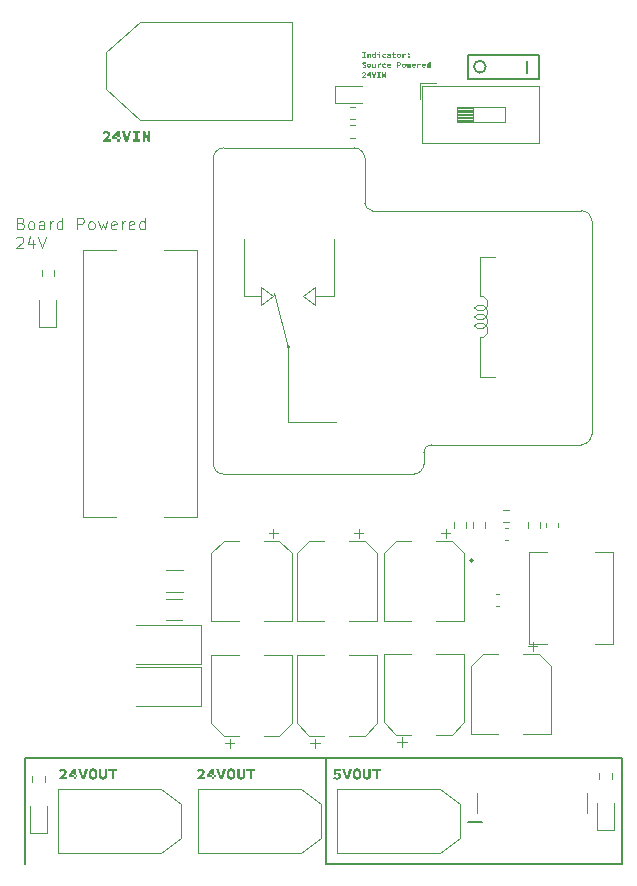
<source format=gbr>
%TF.GenerationSoftware,KiCad,Pcbnew,8.0.5*%
%TF.CreationDate,2024-10-07T09:32:21+08:00*%
%TF.ProjectId,draft-board,64726166-742d-4626-9f61-72642e6b6963,rev?*%
%TF.SameCoordinates,Original*%
%TF.FileFunction,Legend,Top*%
%TF.FilePolarity,Positive*%
%FSLAX46Y46*%
G04 Gerber Fmt 4.6, Leading zero omitted, Abs format (unit mm)*
G04 Created by KiCad (PCBNEW 8.0.5) date 2024-10-07 09:32:21*
%MOMM*%
%LPD*%
G01*
G04 APERTURE LIST*
%ADD10C,0.150000*%
%ADD11C,0.100000*%
%ADD12C,0.200000*%
%ADD13C,0.120000*%
G04 APERTURE END LIST*
D10*
X102000000Y-113000000D02*
X102000000Y-122000000D01*
X141000000Y-54500000D02*
G75*
G02*
X140000000Y-54500000I-500000J0D01*
G01*
X140000000Y-54500000D02*
G75*
G02*
X141000000Y-54500000I500000J0D01*
G01*
X144500000Y-54000000D02*
X144500000Y-55000000D01*
X139500000Y-53500000D02*
X145500000Y-53500000D01*
X145500000Y-55500000D01*
X139500000Y-55500000D01*
X139500000Y-53500000D01*
X127500000Y-113000000D02*
X152500000Y-113000000D01*
X152500000Y-122000000D01*
X127500000Y-122000000D01*
X127500000Y-113000000D01*
X127500000Y-113000000D02*
X102000000Y-113000000D01*
D11*
X101637217Y-67738665D02*
X101780074Y-67786284D01*
X101780074Y-67786284D02*
X101827693Y-67833903D01*
X101827693Y-67833903D02*
X101875312Y-67929141D01*
X101875312Y-67929141D02*
X101875312Y-68071998D01*
X101875312Y-68071998D02*
X101827693Y-68167236D01*
X101827693Y-68167236D02*
X101780074Y-68214856D01*
X101780074Y-68214856D02*
X101684836Y-68262475D01*
X101684836Y-68262475D02*
X101303884Y-68262475D01*
X101303884Y-68262475D02*
X101303884Y-67262475D01*
X101303884Y-67262475D02*
X101637217Y-67262475D01*
X101637217Y-67262475D02*
X101732455Y-67310094D01*
X101732455Y-67310094D02*
X101780074Y-67357713D01*
X101780074Y-67357713D02*
X101827693Y-67452951D01*
X101827693Y-67452951D02*
X101827693Y-67548189D01*
X101827693Y-67548189D02*
X101780074Y-67643427D01*
X101780074Y-67643427D02*
X101732455Y-67691046D01*
X101732455Y-67691046D02*
X101637217Y-67738665D01*
X101637217Y-67738665D02*
X101303884Y-67738665D01*
X102446741Y-68262475D02*
X102351503Y-68214856D01*
X102351503Y-68214856D02*
X102303884Y-68167236D01*
X102303884Y-68167236D02*
X102256265Y-68071998D01*
X102256265Y-68071998D02*
X102256265Y-67786284D01*
X102256265Y-67786284D02*
X102303884Y-67691046D01*
X102303884Y-67691046D02*
X102351503Y-67643427D01*
X102351503Y-67643427D02*
X102446741Y-67595808D01*
X102446741Y-67595808D02*
X102589598Y-67595808D01*
X102589598Y-67595808D02*
X102684836Y-67643427D01*
X102684836Y-67643427D02*
X102732455Y-67691046D01*
X102732455Y-67691046D02*
X102780074Y-67786284D01*
X102780074Y-67786284D02*
X102780074Y-68071998D01*
X102780074Y-68071998D02*
X102732455Y-68167236D01*
X102732455Y-68167236D02*
X102684836Y-68214856D01*
X102684836Y-68214856D02*
X102589598Y-68262475D01*
X102589598Y-68262475D02*
X102446741Y-68262475D01*
X103637217Y-68262475D02*
X103637217Y-67738665D01*
X103637217Y-67738665D02*
X103589598Y-67643427D01*
X103589598Y-67643427D02*
X103494360Y-67595808D01*
X103494360Y-67595808D02*
X103303884Y-67595808D01*
X103303884Y-67595808D02*
X103208646Y-67643427D01*
X103637217Y-68214856D02*
X103541979Y-68262475D01*
X103541979Y-68262475D02*
X103303884Y-68262475D01*
X103303884Y-68262475D02*
X103208646Y-68214856D01*
X103208646Y-68214856D02*
X103161027Y-68119617D01*
X103161027Y-68119617D02*
X103161027Y-68024379D01*
X103161027Y-68024379D02*
X103208646Y-67929141D01*
X103208646Y-67929141D02*
X103303884Y-67881522D01*
X103303884Y-67881522D02*
X103541979Y-67881522D01*
X103541979Y-67881522D02*
X103637217Y-67833903D01*
X104113408Y-68262475D02*
X104113408Y-67595808D01*
X104113408Y-67786284D02*
X104161027Y-67691046D01*
X104161027Y-67691046D02*
X104208646Y-67643427D01*
X104208646Y-67643427D02*
X104303884Y-67595808D01*
X104303884Y-67595808D02*
X104399122Y-67595808D01*
X105161027Y-68262475D02*
X105161027Y-67262475D01*
X105161027Y-68214856D02*
X105065789Y-68262475D01*
X105065789Y-68262475D02*
X104875313Y-68262475D01*
X104875313Y-68262475D02*
X104780075Y-68214856D01*
X104780075Y-68214856D02*
X104732456Y-68167236D01*
X104732456Y-68167236D02*
X104684837Y-68071998D01*
X104684837Y-68071998D02*
X104684837Y-67786284D01*
X104684837Y-67786284D02*
X104732456Y-67691046D01*
X104732456Y-67691046D02*
X104780075Y-67643427D01*
X104780075Y-67643427D02*
X104875313Y-67595808D01*
X104875313Y-67595808D02*
X105065789Y-67595808D01*
X105065789Y-67595808D02*
X105161027Y-67643427D01*
X106399123Y-68262475D02*
X106399123Y-67262475D01*
X106399123Y-67262475D02*
X106780075Y-67262475D01*
X106780075Y-67262475D02*
X106875313Y-67310094D01*
X106875313Y-67310094D02*
X106922932Y-67357713D01*
X106922932Y-67357713D02*
X106970551Y-67452951D01*
X106970551Y-67452951D02*
X106970551Y-67595808D01*
X106970551Y-67595808D02*
X106922932Y-67691046D01*
X106922932Y-67691046D02*
X106875313Y-67738665D01*
X106875313Y-67738665D02*
X106780075Y-67786284D01*
X106780075Y-67786284D02*
X106399123Y-67786284D01*
X107541980Y-68262475D02*
X107446742Y-68214856D01*
X107446742Y-68214856D02*
X107399123Y-68167236D01*
X107399123Y-68167236D02*
X107351504Y-68071998D01*
X107351504Y-68071998D02*
X107351504Y-67786284D01*
X107351504Y-67786284D02*
X107399123Y-67691046D01*
X107399123Y-67691046D02*
X107446742Y-67643427D01*
X107446742Y-67643427D02*
X107541980Y-67595808D01*
X107541980Y-67595808D02*
X107684837Y-67595808D01*
X107684837Y-67595808D02*
X107780075Y-67643427D01*
X107780075Y-67643427D02*
X107827694Y-67691046D01*
X107827694Y-67691046D02*
X107875313Y-67786284D01*
X107875313Y-67786284D02*
X107875313Y-68071998D01*
X107875313Y-68071998D02*
X107827694Y-68167236D01*
X107827694Y-68167236D02*
X107780075Y-68214856D01*
X107780075Y-68214856D02*
X107684837Y-68262475D01*
X107684837Y-68262475D02*
X107541980Y-68262475D01*
X108208647Y-67595808D02*
X108399123Y-68262475D01*
X108399123Y-68262475D02*
X108589599Y-67786284D01*
X108589599Y-67786284D02*
X108780075Y-68262475D01*
X108780075Y-68262475D02*
X108970551Y-67595808D01*
X109732456Y-68214856D02*
X109637218Y-68262475D01*
X109637218Y-68262475D02*
X109446742Y-68262475D01*
X109446742Y-68262475D02*
X109351504Y-68214856D01*
X109351504Y-68214856D02*
X109303885Y-68119617D01*
X109303885Y-68119617D02*
X109303885Y-67738665D01*
X109303885Y-67738665D02*
X109351504Y-67643427D01*
X109351504Y-67643427D02*
X109446742Y-67595808D01*
X109446742Y-67595808D02*
X109637218Y-67595808D01*
X109637218Y-67595808D02*
X109732456Y-67643427D01*
X109732456Y-67643427D02*
X109780075Y-67738665D01*
X109780075Y-67738665D02*
X109780075Y-67833903D01*
X109780075Y-67833903D02*
X109303885Y-67929141D01*
X110208647Y-68262475D02*
X110208647Y-67595808D01*
X110208647Y-67786284D02*
X110256266Y-67691046D01*
X110256266Y-67691046D02*
X110303885Y-67643427D01*
X110303885Y-67643427D02*
X110399123Y-67595808D01*
X110399123Y-67595808D02*
X110494361Y-67595808D01*
X111208647Y-68214856D02*
X111113409Y-68262475D01*
X111113409Y-68262475D02*
X110922933Y-68262475D01*
X110922933Y-68262475D02*
X110827695Y-68214856D01*
X110827695Y-68214856D02*
X110780076Y-68119617D01*
X110780076Y-68119617D02*
X110780076Y-67738665D01*
X110780076Y-67738665D02*
X110827695Y-67643427D01*
X110827695Y-67643427D02*
X110922933Y-67595808D01*
X110922933Y-67595808D02*
X111113409Y-67595808D01*
X111113409Y-67595808D02*
X111208647Y-67643427D01*
X111208647Y-67643427D02*
X111256266Y-67738665D01*
X111256266Y-67738665D02*
X111256266Y-67833903D01*
X111256266Y-67833903D02*
X110780076Y-67929141D01*
X112113409Y-68262475D02*
X112113409Y-67262475D01*
X112113409Y-68214856D02*
X112018171Y-68262475D01*
X112018171Y-68262475D02*
X111827695Y-68262475D01*
X111827695Y-68262475D02*
X111732457Y-68214856D01*
X111732457Y-68214856D02*
X111684838Y-68167236D01*
X111684838Y-68167236D02*
X111637219Y-68071998D01*
X111637219Y-68071998D02*
X111637219Y-67786284D01*
X111637219Y-67786284D02*
X111684838Y-67691046D01*
X111684838Y-67691046D02*
X111732457Y-67643427D01*
X111732457Y-67643427D02*
X111827695Y-67595808D01*
X111827695Y-67595808D02*
X112018171Y-67595808D01*
X112018171Y-67595808D02*
X112113409Y-67643427D01*
X101256265Y-68967657D02*
X101303884Y-68920038D01*
X101303884Y-68920038D02*
X101399122Y-68872419D01*
X101399122Y-68872419D02*
X101637217Y-68872419D01*
X101637217Y-68872419D02*
X101732455Y-68920038D01*
X101732455Y-68920038D02*
X101780074Y-68967657D01*
X101780074Y-68967657D02*
X101827693Y-69062895D01*
X101827693Y-69062895D02*
X101827693Y-69158133D01*
X101827693Y-69158133D02*
X101780074Y-69300990D01*
X101780074Y-69300990D02*
X101208646Y-69872419D01*
X101208646Y-69872419D02*
X101827693Y-69872419D01*
X102684836Y-69205752D02*
X102684836Y-69872419D01*
X102446741Y-68824800D02*
X102208646Y-69539085D01*
X102208646Y-69539085D02*
X102827693Y-69539085D01*
X103065789Y-68872419D02*
X103399122Y-69872419D01*
X103399122Y-69872419D02*
X103732455Y-68872419D01*
G36*
X130551901Y-53735000D02*
G01*
X130551901Y-53648538D01*
X130658391Y-53648538D01*
X130658391Y-53365216D01*
X130551901Y-53365216D01*
X130551901Y-53278754D01*
X130868073Y-53278754D01*
X130868073Y-53365216D01*
X130761584Y-53365216D01*
X130761584Y-53648538D01*
X130868073Y-53648538D01*
X130868073Y-53735000D01*
X130551901Y-53735000D01*
G37*
G36*
X130970045Y-53735000D02*
G01*
X130970045Y-53387686D01*
X131054064Y-53387686D01*
X131061392Y-53434092D01*
X131064200Y-53434092D01*
X131083665Y-53416883D01*
X131105347Y-53401770D01*
X131116102Y-53395502D01*
X131139423Y-53385604D01*
X131165424Y-53380275D01*
X131184246Y-53379260D01*
X131211639Y-53381626D01*
X131235079Y-53388724D01*
X131256723Y-53402366D01*
X131270097Y-53417117D01*
X131283262Y-53440565D01*
X131291346Y-53465139D01*
X131295628Y-53489520D01*
X131297304Y-53516590D01*
X131297330Y-53520676D01*
X131297330Y-53735000D01*
X131194504Y-53735000D01*
X131194504Y-53533866D01*
X131192609Y-53508691D01*
X131184415Y-53485136D01*
X131183025Y-53483063D01*
X131162149Y-53469210D01*
X131143213Y-53466943D01*
X131118444Y-53470940D01*
X131107065Y-53476224D01*
X131086428Y-53491117D01*
X131072993Y-53503213D01*
X131072993Y-53735000D01*
X130970045Y-53735000D01*
G37*
G36*
X131708757Y-53735000D02*
G01*
X131624738Y-53735000D01*
X131617411Y-53699340D01*
X131614846Y-53699340D01*
X131595651Y-53715481D01*
X131573558Y-53729100D01*
X131570394Y-53730725D01*
X131546331Y-53739841D01*
X131522001Y-53743376D01*
X131518736Y-53743426D01*
X131490975Y-53741100D01*
X131465716Y-53734123D01*
X131442957Y-53722494D01*
X131422699Y-53706213D01*
X131412247Y-53694822D01*
X131396591Y-53671827D01*
X131386233Y-53649365D01*
X131378700Y-53624360D01*
X131373991Y-53596814D01*
X131372226Y-53571918D01*
X131372069Y-53561465D01*
X131372123Y-53560366D01*
X131477581Y-53560366D01*
X131478982Y-53586827D01*
X131483824Y-53611265D01*
X131494200Y-53633697D01*
X131495289Y-53635226D01*
X131513578Y-53651589D01*
X131537244Y-53658788D01*
X131544993Y-53659162D01*
X131569814Y-53655040D01*
X131577477Y-53651835D01*
X131597323Y-53636853D01*
X131605809Y-53626800D01*
X131605809Y-53486727D01*
X131585481Y-53471994D01*
X131577355Y-53468531D01*
X131553256Y-53463700D01*
X131547557Y-53463524D01*
X131522968Y-53468430D01*
X131512630Y-53473904D01*
X131495161Y-53491163D01*
X131487107Y-53505778D01*
X131479963Y-53530171D01*
X131477619Y-53556274D01*
X131477581Y-53560366D01*
X131372123Y-53560366D01*
X131373412Y-53534079D01*
X131377442Y-53508709D01*
X131385187Y-53482575D01*
X131393562Y-53464012D01*
X131406706Y-53442615D01*
X131423622Y-53422308D01*
X131442970Y-53405650D01*
X131449249Y-53401364D01*
X131470866Y-53389707D01*
X131495389Y-53381872D01*
X131520690Y-53379260D01*
X131545851Y-53381433D01*
X131570150Y-53389152D01*
X131591208Y-53401807D01*
X131608129Y-53416751D01*
X131610694Y-53416751D01*
X131605809Y-53362896D01*
X131605809Y-53244560D01*
X131708757Y-53244560D01*
X131708757Y-53735000D01*
G37*
G36*
X131953733Y-53735000D02*
G01*
X131953733Y-53468408D01*
X131813782Y-53468408D01*
X131813782Y-53387686D01*
X132056681Y-53387686D01*
X132056681Y-53735000D01*
X131953733Y-53735000D01*
G37*
G36*
X132000383Y-53333464D02*
G01*
X131974817Y-53329681D01*
X131952514Y-53317305D01*
X131951290Y-53316245D01*
X131936819Y-53296156D01*
X131931995Y-53270572D01*
X131936235Y-53246318D01*
X131950103Y-53225534D01*
X131951290Y-53224410D01*
X131973272Y-53211038D01*
X131998539Y-53206598D01*
X132000383Y-53206580D01*
X132025923Y-53210498D01*
X132048138Y-53223313D01*
X132049354Y-53224410D01*
X132063825Y-53244865D01*
X132068649Y-53270572D01*
X132064410Y-53294718D01*
X132050541Y-53315151D01*
X132049354Y-53316245D01*
X132027464Y-53329159D01*
X132002228Y-53333447D01*
X132000383Y-53333464D01*
G37*
G36*
X132418527Y-53743426D02*
G01*
X132391905Y-53742083D01*
X132366625Y-53738053D01*
X132342690Y-53731336D01*
X132320097Y-53721933D01*
X132296885Y-53708276D01*
X132276571Y-53691626D01*
X132259156Y-53671981D01*
X132250732Y-53659773D01*
X132238453Y-53635555D01*
X132230912Y-53611774D01*
X132226546Y-53585871D01*
X132225331Y-53561465D01*
X132226669Y-53537012D01*
X132231476Y-53511068D01*
X132239778Y-53487262D01*
X132251576Y-53465593D01*
X132253297Y-53463035D01*
X132270438Y-53441677D01*
X132290400Y-53423352D01*
X132313182Y-53408060D01*
X132327058Y-53400875D01*
X132350467Y-53391419D01*
X132374777Y-53384664D01*
X132399988Y-53380611D01*
X132426099Y-53379260D01*
X132451262Y-53380548D01*
X132477124Y-53384940D01*
X132501081Y-53392449D01*
X132524569Y-53403423D01*
X132546176Y-53417753D01*
X132556158Y-53426521D01*
X132508653Y-53490390D01*
X132487847Y-53477060D01*
X132470062Y-53469019D01*
X132445226Y-53463096D01*
X132431838Y-53462302D01*
X132407218Y-53464640D01*
X132383589Y-53472332D01*
X132379204Y-53474515D01*
X132358779Y-53489261D01*
X132343422Y-53509075D01*
X132333897Y-53533346D01*
X132330771Y-53557740D01*
X132330722Y-53561465D01*
X132333083Y-53586279D01*
X132340852Y-53609597D01*
X132343056Y-53613855D01*
X132357924Y-53633639D01*
X132377616Y-53648293D01*
X132401430Y-53657361D01*
X132426639Y-53660372D01*
X132428419Y-53660383D01*
X132453132Y-53658183D01*
X132477186Y-53650985D01*
X132478611Y-53650369D01*
X132501539Y-53638868D01*
X132519766Y-53627288D01*
X132561165Y-53692257D01*
X132541163Y-53707267D01*
X132519777Y-53719629D01*
X132497008Y-53729344D01*
X132492288Y-53730969D01*
X132466492Y-53738061D01*
X132441158Y-53742209D01*
X132418527Y-53743426D01*
G37*
G36*
X132841993Y-53380622D02*
G01*
X132866156Y-53384708D01*
X132890465Y-53392443D01*
X132899441Y-53396479D01*
X132921618Y-53410395D01*
X132939956Y-53428467D01*
X132953297Y-53448503D01*
X132963279Y-53472044D01*
X132969102Y-53496291D01*
X132971930Y-53523436D01*
X132972226Y-53536430D01*
X132972226Y-53735000D01*
X132888328Y-53735000D01*
X132880879Y-53695921D01*
X132878314Y-53695921D01*
X132857735Y-53709934D01*
X132835747Y-53722299D01*
X132820307Y-53729626D01*
X132796441Y-53738035D01*
X132771924Y-53742563D01*
X132755216Y-53743426D01*
X132730194Y-53741451D01*
X132706150Y-53734854D01*
X132694521Y-53729382D01*
X132674386Y-53715163D01*
X132657688Y-53695883D01*
X132654954Y-53691524D01*
X132644961Y-53668106D01*
X132641087Y-53642273D01*
X132641032Y-53638646D01*
X132642014Y-53630464D01*
X132739584Y-53630464D01*
X132745568Y-53649026D01*
X132762299Y-53660261D01*
X132786795Y-53663799D01*
X132787700Y-53663803D01*
X132812838Y-53660827D01*
X132831053Y-53654399D01*
X132853104Y-53642176D01*
X132869399Y-53630586D01*
X132869399Y-53573433D01*
X132842482Y-53575340D01*
X132816789Y-53578388D01*
X132791813Y-53583337D01*
X132790020Y-53583813D01*
X132765993Y-53592606D01*
X132750575Y-53603597D01*
X132739853Y-53625911D01*
X132739584Y-53630464D01*
X132642014Y-53630464D01*
X132644322Y-53611237D01*
X132654191Y-53587263D01*
X132670639Y-53566724D01*
X132690428Y-53551569D01*
X132693667Y-53549619D01*
X132715882Y-53538899D01*
X132743051Y-53529818D01*
X132769477Y-53523504D01*
X132799344Y-53518329D01*
X132825715Y-53515009D01*
X132854287Y-53512417D01*
X132869399Y-53511395D01*
X132861171Y-53487526D01*
X132859141Y-53484651D01*
X132839586Y-53469311D01*
X132834839Y-53467309D01*
X132810902Y-53461925D01*
X132795760Y-53461203D01*
X132771408Y-53463285D01*
X132761810Y-53465233D01*
X132738124Y-53472281D01*
X132727128Y-53476591D01*
X132704230Y-53486809D01*
X132689759Y-53493810D01*
X132653244Y-53426277D01*
X132676221Y-53414098D01*
X132698634Y-53403893D01*
X132703558Y-53401852D01*
X132726967Y-53393384D01*
X132751029Y-53386786D01*
X132758025Y-53385244D01*
X132782882Y-53381153D01*
X132808300Y-53379353D01*
X132815666Y-53379260D01*
X132841993Y-53380622D01*
G37*
G36*
X133289375Y-53743426D02*
G01*
X133263180Y-53742235D01*
X133237068Y-53738049D01*
X133212224Y-53729863D01*
X133201448Y-53724375D01*
X133181097Y-53709404D01*
X133165046Y-53690855D01*
X133154187Y-53670886D01*
X133145913Y-53645980D01*
X133141371Y-53621060D01*
X133139668Y-53593969D01*
X133139654Y-53591140D01*
X133139654Y-53468408D01*
X133052337Y-53468408D01*
X133052337Y-53391716D01*
X133144295Y-53387686D01*
X133157484Y-53281563D01*
X133242480Y-53281563D01*
X133242480Y-53387686D01*
X133389026Y-53387686D01*
X133389026Y-53468408D01*
X133242480Y-53468408D01*
X133242480Y-53589797D01*
X133244652Y-53614677D01*
X133250174Y-53632051D01*
X133266454Y-53651285D01*
X133273988Y-53655498D01*
X133297763Y-53661690D01*
X133315509Y-53662704D01*
X133340268Y-53661231D01*
X133352145Y-53659284D01*
X133376531Y-53652873D01*
X133384263Y-53650247D01*
X133402826Y-53724619D01*
X133378554Y-53731244D01*
X133353637Y-53737067D01*
X133351901Y-53737442D01*
X133326289Y-53741533D01*
X133300078Y-53743280D01*
X133289375Y-53743426D01*
G37*
G36*
X133672648Y-53380970D02*
G01*
X133697133Y-53386099D01*
X133720767Y-53394648D01*
X133733531Y-53400875D01*
X133755061Y-53414482D01*
X133774176Y-53431122D01*
X133790876Y-53450795D01*
X133799110Y-53463035D01*
X133811330Y-53487262D01*
X133818834Y-53511068D01*
X133823179Y-53537012D01*
X133824389Y-53561465D01*
X133823179Y-53585871D01*
X133818834Y-53611774D01*
X133811330Y-53635555D01*
X133799110Y-53659773D01*
X133783751Y-53681082D01*
X133765978Y-53699396D01*
X133745790Y-53714716D01*
X133733531Y-53721933D01*
X133710368Y-53732322D01*
X133686355Y-53739312D01*
X133661493Y-53742901D01*
X133647313Y-53743426D01*
X133621919Y-53741726D01*
X133597394Y-53736625D01*
X133573739Y-53728124D01*
X133560973Y-53721933D01*
X133539433Y-53708276D01*
X133520289Y-53691626D01*
X133503541Y-53671981D01*
X133495272Y-53659773D01*
X133483111Y-53635555D01*
X133475642Y-53611774D01*
X133471318Y-53585871D01*
X133470115Y-53561465D01*
X133575628Y-53561465D01*
X133577170Y-53586279D01*
X133582712Y-53611031D01*
X133583688Y-53613855D01*
X133595228Y-53635751D01*
X133607623Y-53648293D01*
X133630569Y-53658683D01*
X133647313Y-53660383D01*
X133671493Y-53656558D01*
X133686880Y-53648293D01*
X133703777Y-53629174D01*
X133710938Y-53613855D01*
X133716983Y-53589583D01*
X133718967Y-53565190D01*
X133718998Y-53561465D01*
X133717455Y-53536651D01*
X133711914Y-53511898D01*
X133710938Y-53509075D01*
X133699359Y-53487140D01*
X133686880Y-53474515D01*
X133663982Y-53464020D01*
X133647313Y-53462302D01*
X133623034Y-53466166D01*
X133607623Y-53474515D01*
X133590832Y-53493739D01*
X133583688Y-53509075D01*
X133577643Y-53533346D01*
X133575659Y-53557740D01*
X133575628Y-53561465D01*
X133470115Y-53561465D01*
X133471318Y-53537012D01*
X133475642Y-53511068D01*
X133483111Y-53487262D01*
X133495272Y-53463035D01*
X133510689Y-53441677D01*
X133528502Y-53423352D01*
X133548711Y-53408060D01*
X133560973Y-53400875D01*
X133584145Y-53390426D01*
X133608187Y-53383397D01*
X133633098Y-53379788D01*
X133647313Y-53379260D01*
X133672648Y-53380970D01*
G37*
G36*
X133937840Y-53735000D02*
G01*
X133937840Y-53387686D01*
X134022348Y-53387686D01*
X134030286Y-53463646D01*
X134032850Y-53463646D01*
X134048164Y-53441342D01*
X134065256Y-53422516D01*
X134086332Y-53405676D01*
X134095376Y-53400143D01*
X134118856Y-53389130D01*
X134143195Y-53382196D01*
X134168392Y-53379341D01*
X134173534Y-53379260D01*
X134198951Y-53380691D01*
X134210903Y-53382923D01*
X134234723Y-53390892D01*
X134240334Y-53393304D01*
X134219452Y-53479766D01*
X134195309Y-53473087D01*
X134190265Y-53472072D01*
X134165000Y-53469598D01*
X134158025Y-53469508D01*
X134131932Y-53472652D01*
X134108204Y-53481135D01*
X134094521Y-53488558D01*
X134074108Y-53504917D01*
X134057278Y-53525449D01*
X134043538Y-53548536D01*
X134040666Y-53554260D01*
X134040666Y-53735000D01*
X133937840Y-53735000D01*
G37*
G36*
X134486531Y-53516769D02*
G01*
X134461441Y-53513437D01*
X134438407Y-53502308D01*
X134427791Y-53493077D01*
X134413084Y-53471935D01*
X134405875Y-53447205D01*
X134405076Y-53434581D01*
X134408825Y-53408570D01*
X134420071Y-53385905D01*
X134427791Y-53376573D01*
X134448502Y-53360997D01*
X134473527Y-53353361D01*
X134486531Y-53352515D01*
X134511868Y-53355898D01*
X134534897Y-53367199D01*
X134545394Y-53376573D01*
X134559942Y-53397694D01*
X134567074Y-53422160D01*
X134567864Y-53434581D01*
X134564704Y-53459064D01*
X134554149Y-53482138D01*
X134545394Y-53493077D01*
X134524839Y-53508416D01*
X134499689Y-53515936D01*
X134486531Y-53516769D01*
G37*
G36*
X134486531Y-53743426D02*
G01*
X134461441Y-53740094D01*
X134438407Y-53728966D01*
X134427791Y-53719734D01*
X134413084Y-53698592D01*
X134405875Y-53673862D01*
X134405076Y-53661238D01*
X134408825Y-53635228D01*
X134420071Y-53612563D01*
X134427791Y-53603230D01*
X134448502Y-53587654D01*
X134473527Y-53580018D01*
X134486531Y-53579173D01*
X134511868Y-53582556D01*
X134534897Y-53593856D01*
X134545394Y-53603230D01*
X134559942Y-53624351D01*
X134567074Y-53648818D01*
X134567864Y-53661238D01*
X134564704Y-53685722D01*
X134554149Y-53708796D01*
X134545394Y-53719734D01*
X134524839Y-53735074D01*
X134499689Y-53742593D01*
X134486531Y-53743426D01*
G37*
G36*
X130708949Y-54583426D02*
G01*
X130682982Y-54582102D01*
X130657150Y-54578132D01*
X130631454Y-54571515D01*
X130617236Y-54566695D01*
X130592387Y-54555989D01*
X130568949Y-54542829D01*
X130546921Y-54527215D01*
X130535293Y-54517480D01*
X130594521Y-54446650D01*
X130614734Y-54461528D01*
X130636356Y-54474104D01*
X130651552Y-54481210D01*
X130675200Y-54489247D01*
X130699431Y-54493575D01*
X130715910Y-54494399D01*
X130741275Y-54492249D01*
X130764270Y-54483164D01*
X130779039Y-54463083D01*
X130780024Y-54454954D01*
X130773003Y-54430810D01*
X130771475Y-54428942D01*
X130751833Y-54414401D01*
X130747051Y-54412090D01*
X130723797Y-54401841D01*
X130709560Y-54395969D01*
X130650331Y-54370690D01*
X130627451Y-54360143D01*
X130605752Y-54346590D01*
X130602948Y-54344556D01*
X130583928Y-54327383D01*
X130568773Y-54306775D01*
X130567044Y-54303768D01*
X130557778Y-54280820D01*
X130553820Y-54256498D01*
X130553489Y-54246371D01*
X130555971Y-54221056D01*
X130563417Y-54197502D01*
X130574494Y-54177616D01*
X130590981Y-54158000D01*
X130611393Y-54141299D01*
X130633356Y-54128646D01*
X130658098Y-54118986D01*
X130682343Y-54113351D01*
X130708463Y-54110614D01*
X130720673Y-54110327D01*
X130746316Y-54111830D01*
X130771649Y-54116338D01*
X130796672Y-54123851D01*
X130801639Y-54125715D01*
X130825575Y-54136615D01*
X130847769Y-54150234D01*
X130868222Y-54166573D01*
X130872103Y-54170167D01*
X130820080Y-54235136D01*
X130799243Y-54221612D01*
X130776917Y-54210546D01*
X130772452Y-54208757D01*
X130747954Y-54202096D01*
X130723205Y-54199621D01*
X130714933Y-54199476D01*
X130689530Y-54202722D01*
X130673778Y-54209734D01*
X130659046Y-54229717D01*
X130657780Y-54240387D01*
X130667306Y-54262979D01*
X130688596Y-54276719D01*
X130693684Y-54278977D01*
X130716668Y-54288308D01*
X130732152Y-54294364D01*
X130787962Y-54317934D01*
X130811100Y-54327890D01*
X130832952Y-54340686D01*
X130839986Y-54345778D01*
X130858279Y-54362992D01*
X130872171Y-54383266D01*
X130873691Y-54386200D01*
X130882194Y-54410201D01*
X130885433Y-54436040D01*
X130885537Y-54442009D01*
X130883098Y-54467373D01*
X130875782Y-54491408D01*
X130864898Y-54512107D01*
X130848487Y-54532771D01*
X130829711Y-54548952D01*
X130807262Y-54562653D01*
X130804815Y-54563886D01*
X130781284Y-54573332D01*
X130755068Y-54579686D01*
X130729510Y-54582739D01*
X130708949Y-54583426D01*
G37*
G36*
X131154993Y-54220970D02*
G01*
X131179477Y-54226099D01*
X131203112Y-54234648D01*
X131215875Y-54240875D01*
X131237405Y-54254482D01*
X131256520Y-54271122D01*
X131273220Y-54290795D01*
X131281454Y-54303035D01*
X131293674Y-54327262D01*
X131301179Y-54351068D01*
X131305524Y-54377012D01*
X131306734Y-54401465D01*
X131305524Y-54425871D01*
X131301179Y-54451774D01*
X131293674Y-54475555D01*
X131281454Y-54499773D01*
X131266096Y-54521082D01*
X131248323Y-54539396D01*
X131228135Y-54554716D01*
X131215875Y-54561933D01*
X131192713Y-54572322D01*
X131168700Y-54579312D01*
X131143837Y-54582901D01*
X131129658Y-54583426D01*
X131104264Y-54581726D01*
X131079739Y-54576625D01*
X131056084Y-54568124D01*
X131043318Y-54561933D01*
X131021778Y-54548276D01*
X131002634Y-54531626D01*
X130985886Y-54511981D01*
X130977616Y-54499773D01*
X130965456Y-54475555D01*
X130957987Y-54451774D01*
X130953663Y-54425871D01*
X130952459Y-54401465D01*
X131057972Y-54401465D01*
X131059515Y-54426279D01*
X131065056Y-54451031D01*
X131066032Y-54453855D01*
X131077573Y-54475751D01*
X131089968Y-54488293D01*
X131112914Y-54498683D01*
X131129658Y-54500383D01*
X131153838Y-54496558D01*
X131169225Y-54488293D01*
X131186122Y-54469174D01*
X131193283Y-54453855D01*
X131199328Y-54429583D01*
X131201311Y-54405190D01*
X131201343Y-54401465D01*
X131199800Y-54376651D01*
X131194259Y-54351898D01*
X131193283Y-54349075D01*
X131181704Y-54327140D01*
X131169225Y-54314515D01*
X131146327Y-54304020D01*
X131129658Y-54302302D01*
X131105379Y-54306166D01*
X131089968Y-54314515D01*
X131073176Y-54333739D01*
X131066032Y-54349075D01*
X131059987Y-54373346D01*
X131058004Y-54397740D01*
X131057972Y-54401465D01*
X130952459Y-54401465D01*
X130953663Y-54377012D01*
X130957987Y-54351068D01*
X130965456Y-54327262D01*
X130977616Y-54303035D01*
X130993034Y-54281677D01*
X131010847Y-54263352D01*
X131031055Y-54248060D01*
X131043318Y-54240875D01*
X131066490Y-54230426D01*
X131090531Y-54223397D01*
X131115442Y-54219788D01*
X131129658Y-54219260D01*
X131154993Y-54220970D01*
G37*
G36*
X131495167Y-54583426D02*
G01*
X131470809Y-54581620D01*
X131446778Y-54575134D01*
X131424596Y-54562200D01*
X131409193Y-54545690D01*
X131396324Y-54522193D01*
X131388421Y-54497608D01*
X131384235Y-54473242D01*
X131382597Y-54446211D01*
X131382571Y-54442131D01*
X131382571Y-54227686D01*
X131485519Y-54227686D01*
X131485519Y-54428942D01*
X131487293Y-54454058D01*
X131494965Y-54477657D01*
X131496266Y-54479745D01*
X131516912Y-54493493D01*
X131536078Y-54495743D01*
X131560814Y-54491760D01*
X131570760Y-54487316D01*
X131590758Y-54471154D01*
X131603489Y-54456053D01*
X131603489Y-54227686D01*
X131706437Y-54227686D01*
X131706437Y-54575000D01*
X131622540Y-54575000D01*
X131615090Y-54525052D01*
X131612281Y-54525052D01*
X131594398Y-54543450D01*
X131575004Y-54558895D01*
X131561235Y-54567550D01*
X131538720Y-54577224D01*
X131513493Y-54582434D01*
X131495167Y-54583426D01*
G37*
G36*
X131839794Y-54575000D02*
G01*
X131839794Y-54227686D01*
X131924302Y-54227686D01*
X131932240Y-54303646D01*
X131934804Y-54303646D01*
X131950118Y-54281342D01*
X131967210Y-54262516D01*
X131988286Y-54245676D01*
X131997330Y-54240143D01*
X132020810Y-54229130D01*
X132045148Y-54222196D01*
X132070346Y-54219341D01*
X132075488Y-54219260D01*
X132100905Y-54220691D01*
X132112857Y-54222923D01*
X132136677Y-54230892D01*
X132142288Y-54233304D01*
X132121406Y-54319766D01*
X132097263Y-54313087D01*
X132092219Y-54312072D01*
X132066954Y-54309598D01*
X132059979Y-54309508D01*
X132033886Y-54312652D01*
X132010158Y-54321135D01*
X131996475Y-54328558D01*
X131976062Y-54344917D01*
X131959232Y-54365449D01*
X131945492Y-54388536D01*
X131942620Y-54394260D01*
X131942620Y-54575000D01*
X131839794Y-54575000D01*
G37*
G36*
X132418527Y-54583426D02*
G01*
X132391905Y-54582083D01*
X132366625Y-54578053D01*
X132342690Y-54571336D01*
X132320097Y-54561933D01*
X132296885Y-54548276D01*
X132276571Y-54531626D01*
X132259156Y-54511981D01*
X132250732Y-54499773D01*
X132238453Y-54475555D01*
X132230912Y-54451774D01*
X132226546Y-54425871D01*
X132225331Y-54401465D01*
X132226669Y-54377012D01*
X132231476Y-54351068D01*
X132239778Y-54327262D01*
X132251576Y-54305593D01*
X132253297Y-54303035D01*
X132270438Y-54281677D01*
X132290400Y-54263352D01*
X132313182Y-54248060D01*
X132327058Y-54240875D01*
X132350467Y-54231419D01*
X132374777Y-54224664D01*
X132399988Y-54220611D01*
X132426099Y-54219260D01*
X132451262Y-54220548D01*
X132477124Y-54224940D01*
X132501081Y-54232449D01*
X132524569Y-54243423D01*
X132546176Y-54257753D01*
X132556158Y-54266521D01*
X132508653Y-54330390D01*
X132487847Y-54317060D01*
X132470062Y-54309019D01*
X132445226Y-54303096D01*
X132431838Y-54302302D01*
X132407218Y-54304640D01*
X132383589Y-54312332D01*
X132379204Y-54314515D01*
X132358779Y-54329261D01*
X132343422Y-54349075D01*
X132333897Y-54373346D01*
X132330771Y-54397740D01*
X132330722Y-54401465D01*
X132333083Y-54426279D01*
X132340852Y-54449597D01*
X132343056Y-54453855D01*
X132357924Y-54473639D01*
X132377616Y-54488293D01*
X132401430Y-54497361D01*
X132426639Y-54500372D01*
X132428419Y-54500383D01*
X132453132Y-54498183D01*
X132477186Y-54490985D01*
X132478611Y-54490369D01*
X132501539Y-54478868D01*
X132519766Y-54467288D01*
X132561165Y-54532257D01*
X132541163Y-54547267D01*
X132519777Y-54559629D01*
X132497008Y-54569344D01*
X132492288Y-54570969D01*
X132466492Y-54578061D01*
X132441158Y-54582209D01*
X132418527Y-54583426D01*
G37*
G36*
X132829099Y-54583426D02*
G01*
X132802645Y-54582083D01*
X132777503Y-54578053D01*
X132753674Y-54571336D01*
X132731158Y-54561933D01*
X132708064Y-54548316D01*
X132687830Y-54531647D01*
X132670454Y-54511926D01*
X132662037Y-54499651D01*
X132649699Y-54475374D01*
X132642122Y-54451556D01*
X132637735Y-54425632D01*
X132636514Y-54401221D01*
X132638124Y-54373782D01*
X132642956Y-54348373D01*
X132651008Y-54324994D01*
X132662281Y-54303646D01*
X132678003Y-54282268D01*
X132696177Y-54263885D01*
X132716806Y-54248497D01*
X132729326Y-54241242D01*
X132753019Y-54230675D01*
X132777523Y-54223566D01*
X132802839Y-54219916D01*
X132817254Y-54219382D01*
X132842930Y-54220756D01*
X132869261Y-54225586D01*
X132892887Y-54233893D01*
X132907135Y-54241364D01*
X132928191Y-54256576D01*
X132945718Y-54274890D01*
X132959714Y-54296304D01*
X132962090Y-54300959D01*
X132971878Y-54325474D01*
X132978042Y-54351849D01*
X132980489Y-54377178D01*
X132980652Y-54385956D01*
X132979448Y-54410386D01*
X132979187Y-54412822D01*
X132976378Y-54432117D01*
X132712962Y-54432117D01*
X132712962Y-54363119D01*
X132906769Y-54363119D01*
X132890526Y-54382658D01*
X132888420Y-54356201D01*
X132880497Y-54331184D01*
X132872697Y-54319155D01*
X132852386Y-54303728D01*
X132826940Y-54297851D01*
X132820673Y-54297662D01*
X132795415Y-54300867D01*
X132776221Y-54309019D01*
X132757691Y-54325505D01*
X132746912Y-54343457D01*
X132739373Y-54367645D01*
X132736573Y-54392731D01*
X132736409Y-54401221D01*
X132738195Y-54426385D01*
X132744794Y-54451056D01*
X132749110Y-54460083D01*
X132764558Y-54479959D01*
X132785502Y-54493911D01*
X132810028Y-54501800D01*
X132834843Y-54504730D01*
X132843143Y-54504902D01*
X132867626Y-54503144D01*
X132888084Y-54498674D01*
X132911273Y-54490505D01*
X132932536Y-54480722D01*
X132966730Y-54542759D01*
X132943455Y-54555765D01*
X132920489Y-54565756D01*
X132900540Y-54572557D01*
X132875735Y-54578745D01*
X132851188Y-54582364D01*
X132829099Y-54583426D01*
G37*
G36*
X133678508Y-54119836D02*
G01*
X133704224Y-54123082D01*
X133728491Y-54128491D01*
X133741346Y-54132431D01*
X133765012Y-54142769D01*
X133785482Y-54156684D01*
X133802755Y-54174177D01*
X133805826Y-54178105D01*
X133818513Y-54200392D01*
X133825914Y-54224366D01*
X133829297Y-54248790D01*
X133829884Y-54265544D01*
X133828358Y-54291029D01*
X133822991Y-54316835D01*
X133813761Y-54339608D01*
X133805460Y-54353105D01*
X133788661Y-54372747D01*
X133768642Y-54388930D01*
X133745404Y-54401655D01*
X133740369Y-54403785D01*
X133716886Y-54411696D01*
X133692185Y-54417017D01*
X133666268Y-54419750D01*
X133651343Y-54420150D01*
X133592602Y-54420150D01*
X133592602Y-54575000D01*
X133489410Y-54575000D01*
X133489410Y-54338328D01*
X133592602Y-54338328D01*
X133645237Y-54338328D01*
X133669716Y-54336504D01*
X133693392Y-54329497D01*
X133708374Y-54319644D01*
X133723100Y-54298390D01*
X133728569Y-54274109D01*
X133728890Y-54265544D01*
X133725363Y-54239781D01*
X133711338Y-54217979D01*
X133707519Y-54215108D01*
X133685079Y-54205257D01*
X133659891Y-54201204D01*
X133645237Y-54200697D01*
X133592602Y-54200697D01*
X133592602Y-54338328D01*
X133489410Y-54338328D01*
X133489410Y-54118754D01*
X133651343Y-54118754D01*
X133678508Y-54119836D01*
G37*
G36*
X134092257Y-54220970D02*
G01*
X134116742Y-54226099D01*
X134140377Y-54234648D01*
X134153140Y-54240875D01*
X134174670Y-54254482D01*
X134193785Y-54271122D01*
X134210485Y-54290795D01*
X134218719Y-54303035D01*
X134230939Y-54327262D01*
X134238444Y-54351068D01*
X134242788Y-54377012D01*
X134243998Y-54401465D01*
X134242788Y-54425871D01*
X134238444Y-54451774D01*
X134230939Y-54475555D01*
X134218719Y-54499773D01*
X134203361Y-54521082D01*
X134185587Y-54539396D01*
X134165399Y-54554716D01*
X134153140Y-54561933D01*
X134129977Y-54572322D01*
X134105965Y-54579312D01*
X134081102Y-54582901D01*
X134066922Y-54583426D01*
X134041528Y-54581726D01*
X134017003Y-54576625D01*
X133993348Y-54568124D01*
X133980582Y-54561933D01*
X133959043Y-54548276D01*
X133939899Y-54531626D01*
X133923150Y-54511981D01*
X133914881Y-54499773D01*
X133902720Y-54475555D01*
X133895252Y-54451774D01*
X133890928Y-54425871D01*
X133889724Y-54401465D01*
X133995237Y-54401465D01*
X133996780Y-54426279D01*
X134002321Y-54451031D01*
X134003297Y-54453855D01*
X134014837Y-54475751D01*
X134027233Y-54488293D01*
X134050178Y-54498683D01*
X134066922Y-54500383D01*
X134091102Y-54496558D01*
X134106489Y-54488293D01*
X134123386Y-54469174D01*
X134130547Y-54453855D01*
X134136592Y-54429583D01*
X134138576Y-54405190D01*
X134138607Y-54401465D01*
X134137065Y-54376651D01*
X134131523Y-54351898D01*
X134130547Y-54349075D01*
X134118968Y-54327140D01*
X134106489Y-54314515D01*
X134083592Y-54304020D01*
X134066922Y-54302302D01*
X134042643Y-54306166D01*
X134027233Y-54314515D01*
X134010441Y-54333739D01*
X134003297Y-54349075D01*
X133997252Y-54373346D01*
X133995268Y-54397740D01*
X133995237Y-54401465D01*
X133889724Y-54401465D01*
X133890928Y-54377012D01*
X133895252Y-54351068D01*
X133902720Y-54327262D01*
X133914881Y-54303035D01*
X133930298Y-54281677D01*
X133948111Y-54263352D01*
X133968320Y-54248060D01*
X133980582Y-54240875D01*
X134003754Y-54230426D01*
X134027796Y-54223397D01*
X134052707Y-54219788D01*
X134066922Y-54219260D01*
X134092257Y-54220970D01*
G37*
G36*
X134336078Y-54575000D02*
G01*
X134279047Y-54227686D01*
X134378820Y-54227686D01*
X134400314Y-54388764D01*
X134403428Y-54414105D01*
X134406175Y-54439567D01*
X134408893Y-54465365D01*
X134411495Y-54490050D01*
X134411671Y-54491713D01*
X134413991Y-54491713D01*
X134416954Y-54466942D01*
X134420345Y-54442547D01*
X134420830Y-54439323D01*
X134425135Y-54413799D01*
X134429989Y-54388764D01*
X134451849Y-54273970D01*
X134526343Y-54273970D01*
X134548813Y-54388764D01*
X134553790Y-54414105D01*
X134558461Y-54439567D01*
X134562429Y-54463737D01*
X134565860Y-54488389D01*
X134566277Y-54491713D01*
X134569085Y-54491713D01*
X134572064Y-54466996D01*
X134574235Y-54441163D01*
X134574337Y-54439567D01*
X134576321Y-54414105D01*
X134578855Y-54388764D01*
X134598272Y-54227686D01*
X134693893Y-54227686D01*
X134640282Y-54575000D01*
X134519626Y-54575000D01*
X134500697Y-54462037D01*
X134497228Y-54437214D01*
X134494225Y-54414166D01*
X134491248Y-54389500D01*
X134488470Y-54364736D01*
X134487875Y-54359211D01*
X134485066Y-54359211D01*
X134482438Y-54384340D01*
X134480181Y-54405006D01*
X134477340Y-54429580D01*
X134474357Y-54453960D01*
X134473342Y-54462037D01*
X134454780Y-54575000D01*
X134336078Y-54575000D01*
G37*
G36*
X134927145Y-54583426D02*
G01*
X134900691Y-54582083D01*
X134875549Y-54578053D01*
X134851720Y-54571336D01*
X134829204Y-54561933D01*
X134806110Y-54548316D01*
X134785876Y-54531647D01*
X134768501Y-54511926D01*
X134760083Y-54499651D01*
X134747745Y-54475374D01*
X134740168Y-54451556D01*
X134735781Y-54425632D01*
X134734560Y-54401221D01*
X134736170Y-54373782D01*
X134741002Y-54348373D01*
X134749054Y-54324994D01*
X134760327Y-54303646D01*
X134776049Y-54282268D01*
X134794223Y-54263885D01*
X134814852Y-54248497D01*
X134827372Y-54241242D01*
X134851065Y-54230675D01*
X134875569Y-54223566D01*
X134900885Y-54219916D01*
X134915300Y-54219382D01*
X134940976Y-54220756D01*
X134967307Y-54225586D01*
X134990933Y-54233893D01*
X135005181Y-54241364D01*
X135026237Y-54256576D01*
X135043764Y-54274890D01*
X135057760Y-54296304D01*
X135060136Y-54300959D01*
X135069924Y-54325474D01*
X135076088Y-54351849D01*
X135078535Y-54377178D01*
X135078698Y-54385956D01*
X135077494Y-54410386D01*
X135077233Y-54412822D01*
X135074424Y-54432117D01*
X134811008Y-54432117D01*
X134811008Y-54363119D01*
X135004815Y-54363119D01*
X134988572Y-54382658D01*
X134986466Y-54356201D01*
X134978543Y-54331184D01*
X134970743Y-54319155D01*
X134950432Y-54303728D01*
X134924987Y-54297851D01*
X134918719Y-54297662D01*
X134893462Y-54300867D01*
X134874267Y-54309019D01*
X134855737Y-54325505D01*
X134844958Y-54343457D01*
X134837419Y-54367645D01*
X134834619Y-54392731D01*
X134834455Y-54401221D01*
X134836241Y-54426385D01*
X134842840Y-54451056D01*
X134847156Y-54460083D01*
X134862604Y-54479959D01*
X134883548Y-54493911D01*
X134908074Y-54501800D01*
X134932889Y-54504730D01*
X134941189Y-54504902D01*
X134965672Y-54503144D01*
X134986130Y-54498674D01*
X135009319Y-54490505D01*
X135030582Y-54480722D01*
X135064776Y-54542759D01*
X135041501Y-54555765D01*
X135018535Y-54565756D01*
X134998586Y-54572557D01*
X134973781Y-54578745D01*
X134949235Y-54582364D01*
X134927145Y-54583426D01*
G37*
G36*
X135196667Y-54575000D02*
G01*
X135196667Y-54227686D01*
X135281175Y-54227686D01*
X135289113Y-54303646D01*
X135291678Y-54303646D01*
X135306992Y-54281342D01*
X135324084Y-54262516D01*
X135345159Y-54245676D01*
X135354204Y-54240143D01*
X135377684Y-54229130D01*
X135402022Y-54222196D01*
X135427219Y-54219341D01*
X135432362Y-54219260D01*
X135457778Y-54220691D01*
X135469731Y-54222923D01*
X135493551Y-54230892D01*
X135499162Y-54233304D01*
X135478279Y-54319766D01*
X135454137Y-54313087D01*
X135449092Y-54312072D01*
X135423827Y-54309598D01*
X135416852Y-54309508D01*
X135390760Y-54312652D01*
X135367032Y-54321135D01*
X135353349Y-54328558D01*
X135332935Y-54344917D01*
X135316106Y-54365449D01*
X135302366Y-54388536D01*
X135299494Y-54394260D01*
X135299494Y-54575000D01*
X135196667Y-54575000D01*
G37*
G36*
X135766364Y-54583426D02*
G01*
X135739909Y-54582083D01*
X135714767Y-54578053D01*
X135690939Y-54571336D01*
X135668422Y-54561933D01*
X135645329Y-54548316D01*
X135625094Y-54531647D01*
X135607719Y-54511926D01*
X135599302Y-54499651D01*
X135586964Y-54475374D01*
X135579386Y-54451556D01*
X135575000Y-54425632D01*
X135573778Y-54401221D01*
X135575389Y-54373782D01*
X135580220Y-54348373D01*
X135588273Y-54324994D01*
X135599546Y-54303646D01*
X135615267Y-54282268D01*
X135633442Y-54263885D01*
X135654070Y-54248497D01*
X135666591Y-54241242D01*
X135690283Y-54230675D01*
X135714788Y-54223566D01*
X135740103Y-54219916D01*
X135754518Y-54219382D01*
X135780194Y-54220756D01*
X135806525Y-54225586D01*
X135830151Y-54233893D01*
X135844399Y-54241364D01*
X135865456Y-54256576D01*
X135882982Y-54274890D01*
X135896978Y-54296304D01*
X135899354Y-54300959D01*
X135909143Y-54325474D01*
X135915306Y-54351849D01*
X135917753Y-54377178D01*
X135917916Y-54385956D01*
X135916713Y-54410386D01*
X135916451Y-54412822D01*
X135913642Y-54432117D01*
X135650226Y-54432117D01*
X135650226Y-54363119D01*
X135844033Y-54363119D01*
X135827791Y-54382658D01*
X135825684Y-54356201D01*
X135817762Y-54331184D01*
X135809961Y-54319155D01*
X135789650Y-54303728D01*
X135764205Y-54297851D01*
X135757937Y-54297662D01*
X135732680Y-54300867D01*
X135713485Y-54309019D01*
X135694955Y-54325505D01*
X135684176Y-54343457D01*
X135676638Y-54367645D01*
X135673838Y-54392731D01*
X135673674Y-54401221D01*
X135675460Y-54426385D01*
X135682058Y-54451056D01*
X135686374Y-54460083D01*
X135701823Y-54479959D01*
X135722766Y-54493911D01*
X135747292Y-54501800D01*
X135772107Y-54504730D01*
X135780408Y-54504902D01*
X135804891Y-54503144D01*
X135825348Y-54498674D01*
X135848538Y-54490505D01*
X135869801Y-54480722D01*
X135903995Y-54542759D01*
X135880719Y-54555765D01*
X135857754Y-54565756D01*
X135837805Y-54572557D01*
X135812999Y-54578745D01*
X135788453Y-54582364D01*
X135766364Y-54583426D01*
G37*
G36*
X136324459Y-54575000D02*
G01*
X136240439Y-54575000D01*
X136233112Y-54539340D01*
X136230547Y-54539340D01*
X136211353Y-54555481D01*
X136189260Y-54569100D01*
X136186095Y-54570725D01*
X136162033Y-54579841D01*
X136137702Y-54583376D01*
X136134438Y-54583426D01*
X136106677Y-54581100D01*
X136081417Y-54574123D01*
X136058658Y-54562494D01*
X136038401Y-54546213D01*
X136027948Y-54534822D01*
X136012293Y-54511827D01*
X136001934Y-54489365D01*
X135994401Y-54464360D01*
X135989692Y-54436814D01*
X135987927Y-54411918D01*
X135987770Y-54401465D01*
X135987824Y-54400366D01*
X136093283Y-54400366D01*
X136094684Y-54426827D01*
X136099525Y-54451265D01*
X136109901Y-54473697D01*
X136110990Y-54475226D01*
X136129280Y-54491589D01*
X136152945Y-54498788D01*
X136160694Y-54499162D01*
X136185515Y-54495040D01*
X136193178Y-54491835D01*
X136213024Y-54476853D01*
X136221510Y-54466800D01*
X136221510Y-54326727D01*
X136201182Y-54311994D01*
X136193056Y-54308531D01*
X136168957Y-54303700D01*
X136163258Y-54303524D01*
X136138669Y-54308430D01*
X136128332Y-54313904D01*
X136110863Y-54331163D01*
X136102808Y-54345778D01*
X136095664Y-54370171D01*
X136093320Y-54396274D01*
X136093283Y-54400366D01*
X135987824Y-54400366D01*
X135989113Y-54374079D01*
X135993143Y-54348709D01*
X136000888Y-54322575D01*
X136009263Y-54304012D01*
X136022407Y-54282615D01*
X136039323Y-54262308D01*
X136058672Y-54245650D01*
X136064951Y-54241364D01*
X136086568Y-54229707D01*
X136111090Y-54221872D01*
X136136392Y-54219260D01*
X136161552Y-54221433D01*
X136185851Y-54229152D01*
X136206910Y-54241807D01*
X136223831Y-54256751D01*
X136226395Y-54256751D01*
X136221510Y-54202896D01*
X136221510Y-54084560D01*
X136324459Y-54084560D01*
X136324459Y-54575000D01*
G37*
G36*
X130540422Y-55415000D02*
G01*
X130540422Y-55356015D01*
X130560061Y-55339535D01*
X130578907Y-55323526D01*
X130600475Y-55304938D01*
X130620901Y-55287027D01*
X130640185Y-55269795D01*
X130652407Y-55258684D01*
X130672334Y-55239806D01*
X130690227Y-55221642D01*
X130708187Y-55201755D01*
X130725216Y-55180495D01*
X130726901Y-55178206D01*
X130741005Y-55155750D01*
X130750485Y-55132067D01*
X130753646Y-55109452D01*
X130749976Y-55084057D01*
X130736794Y-55062189D01*
X130734473Y-55059993D01*
X130713010Y-55047633D01*
X130688765Y-55043042D01*
X130680251Y-55042773D01*
X130654972Y-55046193D01*
X130631891Y-55056451D01*
X130610703Y-55071106D01*
X130590858Y-55087958D01*
X130535659Y-55032515D01*
X130555303Y-55014014D01*
X130575218Y-54998353D01*
X130597662Y-54984283D01*
X130606734Y-54979637D01*
X130630974Y-54970363D01*
X130655218Y-54964953D01*
X130681760Y-54962326D01*
X130694295Y-54962051D01*
X130719755Y-54963433D01*
X130745892Y-54968208D01*
X130769763Y-54976394D01*
X130776482Y-54979515D01*
X130798983Y-54993168D01*
X130817790Y-55010285D01*
X130831681Y-55028852D01*
X130843014Y-55052133D01*
X130849643Y-55077983D01*
X130851587Y-55103712D01*
X130848874Y-55129632D01*
X130841700Y-55153445D01*
X130830041Y-55177497D01*
X130828628Y-55179916D01*
X130814584Y-55201633D01*
X130798279Y-55223369D01*
X130781888Y-55242706D01*
X130768422Y-55257219D01*
X130749486Y-55276506D01*
X130729801Y-55295656D01*
X130709369Y-55314669D01*
X130690877Y-55331193D01*
X130688189Y-55333545D01*
X130713138Y-55331293D01*
X130729344Y-55330125D01*
X130754031Y-55328800D01*
X130768789Y-55328538D01*
X130874424Y-55328538D01*
X130874424Y-55415000D01*
X130540422Y-55415000D01*
G37*
G36*
X131157990Y-55415000D02*
G01*
X131157990Y-55155491D01*
X131158628Y-55131027D01*
X131159822Y-55106521D01*
X131161122Y-55082068D01*
X131162142Y-55057794D01*
X131159089Y-55057794D01*
X131146007Y-55078832D01*
X131135031Y-55095408D01*
X131120992Y-55116780D01*
X131110607Y-55133510D01*
X131043440Y-55230352D01*
X131310275Y-55230352D01*
X131310275Y-55308998D01*
X130943911Y-55308998D01*
X130943911Y-55237679D01*
X131129902Y-54970355D01*
X131253977Y-54970355D01*
X131253977Y-55415000D01*
X131157990Y-55415000D01*
G37*
G36*
X131487351Y-55415000D02*
G01*
X131349476Y-54958754D01*
X131458653Y-54958754D01*
X131513729Y-55171367D01*
X131520647Y-55196897D01*
X131526958Y-55221937D01*
X131532170Y-55244274D01*
X131537887Y-55268870D01*
X131544123Y-55294129D01*
X131550244Y-55317669D01*
X131553053Y-55317669D01*
X131560054Y-55291806D01*
X131566449Y-55266606D01*
X131571737Y-55244274D01*
X131577480Y-55219680D01*
X131583628Y-55194597D01*
X131589567Y-55171367D01*
X131643422Y-54958754D01*
X131748935Y-54958754D01*
X131611304Y-55415000D01*
X131487351Y-55415000D01*
G37*
G36*
X131810729Y-55415000D02*
G01*
X131810729Y-55328538D01*
X131917219Y-55328538D01*
X131917219Y-55045216D01*
X131810729Y-55045216D01*
X131810729Y-54958754D01*
X132126901Y-54958754D01*
X132126901Y-55045216D01*
X132020411Y-55045216D01*
X132020411Y-55328538D01*
X132126901Y-55328538D01*
X132126901Y-55415000D01*
X131810729Y-55415000D01*
G37*
G36*
X132224720Y-55415000D02*
G01*
X132224720Y-54958876D01*
X132330478Y-54958876D01*
X132426587Y-55185655D01*
X132465544Y-55285917D01*
X132467986Y-55285917D01*
X132465390Y-55259945D01*
X132462604Y-55234681D01*
X132459413Y-55207843D01*
X132459071Y-55205073D01*
X132456474Y-55180328D01*
X132454585Y-55153605D01*
X132453745Y-55127692D01*
X132453698Y-55120076D01*
X132453698Y-54958876D01*
X132552128Y-54958876D01*
X132552128Y-55415000D01*
X132446371Y-55415000D01*
X132350383Y-55187732D01*
X132311304Y-55087958D01*
X132308862Y-55087958D01*
X132311444Y-55114470D01*
X132314191Y-55139848D01*
X132317321Y-55166443D01*
X132317655Y-55169169D01*
X132320311Y-55193491D01*
X132322243Y-55219880D01*
X132323102Y-55245602D01*
X132323150Y-55253189D01*
X132323150Y-55415000D01*
X132224720Y-55415000D01*
G37*
D12*
G36*
X104892844Y-114830000D02*
G01*
X104892844Y-114712030D01*
X104932122Y-114679071D01*
X104969814Y-114647053D01*
X105012950Y-114609876D01*
X105053803Y-114574055D01*
X105092371Y-114539591D01*
X105116815Y-114517369D01*
X105156669Y-114479613D01*
X105192455Y-114443284D01*
X105228374Y-114403510D01*
X105262433Y-114360991D01*
X105265803Y-114356413D01*
X105294010Y-114311500D01*
X105312971Y-114264134D01*
X105319292Y-114218904D01*
X105311952Y-114168114D01*
X105285589Y-114124379D01*
X105280946Y-114119986D01*
X105238020Y-114095267D01*
X105189530Y-114086085D01*
X105172502Y-114085547D01*
X105121944Y-114092386D01*
X105075782Y-114112903D01*
X105033406Y-114142212D01*
X104993716Y-114175917D01*
X104883318Y-114065031D01*
X104922607Y-114028029D01*
X104962436Y-113996707D01*
X105007325Y-113968566D01*
X105025468Y-113959274D01*
X105073949Y-113940727D01*
X105122436Y-113929907D01*
X105175521Y-113924652D01*
X105200590Y-113924103D01*
X105251511Y-113926866D01*
X105303785Y-113936416D01*
X105351526Y-113952788D01*
X105364965Y-113959030D01*
X105409967Y-113986337D01*
X105447580Y-114020571D01*
X105475363Y-114057704D01*
X105498029Y-114104266D01*
X105511287Y-114155967D01*
X105515175Y-114207424D01*
X105509749Y-114259264D01*
X105495400Y-114306891D01*
X105472082Y-114354995D01*
X105469257Y-114359832D01*
X105441168Y-114403266D01*
X105408558Y-114446738D01*
X105375776Y-114485412D01*
X105348845Y-114514438D01*
X105310972Y-114553013D01*
X105271603Y-114591313D01*
X105230739Y-114629339D01*
X105193755Y-114662386D01*
X105188378Y-114667090D01*
X105238276Y-114662586D01*
X105270688Y-114660251D01*
X105320062Y-114657600D01*
X105349578Y-114657076D01*
X105560848Y-114657076D01*
X105560848Y-114830000D01*
X104892844Y-114830000D01*
G37*
G36*
X106127980Y-114830000D02*
G01*
X106127980Y-114310983D01*
X106129257Y-114262054D01*
X106131644Y-114213042D01*
X106134245Y-114164137D01*
X106136284Y-114115589D01*
X106130178Y-114115589D01*
X106104015Y-114157664D01*
X106082062Y-114190816D01*
X106053984Y-114233560D01*
X106033214Y-114267020D01*
X105898880Y-114460704D01*
X106432551Y-114460704D01*
X106432551Y-114617997D01*
X105699822Y-114617997D01*
X105699822Y-114475359D01*
X106071804Y-113940711D01*
X106319955Y-113940711D01*
X106319955Y-114830000D01*
X106127980Y-114830000D01*
G37*
G36*
X106786703Y-114830000D02*
G01*
X106510953Y-113917508D01*
X106729306Y-113917508D01*
X106839459Y-114342735D01*
X106853294Y-114393795D01*
X106865917Y-114443874D01*
X106876340Y-114488548D01*
X106887774Y-114537740D01*
X106900247Y-114588259D01*
X106912488Y-114635338D01*
X106918106Y-114635338D01*
X106932108Y-114583612D01*
X106944899Y-114533213D01*
X106955475Y-114488548D01*
X106966961Y-114439361D01*
X106979256Y-114389194D01*
X106991134Y-114342735D01*
X107098845Y-113917508D01*
X107309871Y-113917508D01*
X107034609Y-114830000D01*
X106786703Y-114830000D01*
G37*
G36*
X107802372Y-113904243D02*
G01*
X107851785Y-113914272D01*
X107897993Y-113930987D01*
X107940995Y-113954389D01*
X107980211Y-113984339D01*
X108014817Y-114020701D01*
X108044813Y-114063474D01*
X108070199Y-114112658D01*
X108088281Y-114160683D01*
X108101922Y-114213290D01*
X108110079Y-114262028D01*
X108114974Y-114314132D01*
X108116605Y-114369602D01*
X108114974Y-114426460D01*
X108110079Y-114479797D01*
X108101922Y-114529614D01*
X108088281Y-114583284D01*
X108070199Y-114632163D01*
X108048238Y-114676072D01*
X108018819Y-114720215D01*
X107984789Y-114757917D01*
X107946149Y-114789176D01*
X107940995Y-114792630D01*
X107897993Y-114816352D01*
X107851785Y-114833297D01*
X107802372Y-114843463D01*
X107749752Y-114846852D01*
X107697011Y-114843463D01*
X107647476Y-114833297D01*
X107601146Y-114816352D01*
X107558022Y-114792630D01*
X107518897Y-114762176D01*
X107484322Y-114725280D01*
X107454295Y-114681943D01*
X107428817Y-114632163D01*
X107410830Y-114583284D01*
X107397261Y-114529614D01*
X107389147Y-114479797D01*
X107384278Y-114426460D01*
X107382655Y-114369602D01*
X107593926Y-114369602D01*
X107595432Y-114422457D01*
X107600642Y-114475294D01*
X107610670Y-114526251D01*
X107612976Y-114534710D01*
X107631193Y-114583326D01*
X107658524Y-114626099D01*
X107666954Y-114635094D01*
X107710343Y-114662348D01*
X107749752Y-114668799D01*
X107799237Y-114658135D01*
X107832062Y-114635094D01*
X107863020Y-114593023D01*
X107882328Y-114546881D01*
X107886040Y-114534710D01*
X107897025Y-114485117D01*
X107903055Y-114433520D01*
X107905260Y-114381781D01*
X107905335Y-114369602D01*
X107903809Y-114318554D01*
X107898533Y-114267454D01*
X107888377Y-114218076D01*
X107886040Y-114209867D01*
X107867941Y-114162360D01*
X107840546Y-114120669D01*
X107832062Y-114111926D01*
X107788949Y-114085066D01*
X107749752Y-114078709D01*
X107699993Y-114089219D01*
X107666954Y-114111926D01*
X107636118Y-114152897D01*
X107616730Y-114197967D01*
X107612976Y-114209867D01*
X107602130Y-114257944D01*
X107596177Y-114307861D01*
X107594000Y-114357844D01*
X107593926Y-114369602D01*
X107382655Y-114369602D01*
X107384278Y-114314132D01*
X107389147Y-114262028D01*
X107397261Y-114213290D01*
X107410830Y-114160683D01*
X107428817Y-114112658D01*
X107454295Y-114063474D01*
X107484322Y-114020701D01*
X107518897Y-113984339D01*
X107558022Y-113954389D01*
X107601146Y-113930987D01*
X107647476Y-113914272D01*
X107697011Y-113904243D01*
X107749752Y-113900900D01*
X107802372Y-113904243D01*
G37*
G36*
X108591169Y-114846852D02*
G01*
X108541037Y-114844491D01*
X108490686Y-114836439D01*
X108445356Y-114822672D01*
X108398336Y-114799119D01*
X108358089Y-114768149D01*
X108341797Y-114751353D01*
X108311605Y-114709704D01*
X108289675Y-114664962D01*
X108279515Y-114636071D01*
X108267556Y-114586630D01*
X108260992Y-114537476D01*
X108258531Y-114484315D01*
X108258510Y-114478778D01*
X108258510Y-113917508D01*
X108464651Y-113917508D01*
X108464651Y-114499783D01*
X108468071Y-114550219D01*
X108478329Y-114592107D01*
X108504062Y-114635178D01*
X108520339Y-114649260D01*
X108565991Y-114666891D01*
X108591169Y-114668799D01*
X108640018Y-114661167D01*
X108663465Y-114649260D01*
X108697099Y-114611736D01*
X108706207Y-114592107D01*
X108717662Y-114544382D01*
X108720374Y-114499783D01*
X108720374Y-113917508D01*
X108919187Y-113917508D01*
X108919187Y-114478778D01*
X108917255Y-114532340D01*
X108911459Y-114581895D01*
X108900621Y-114631776D01*
X108899404Y-114636071D01*
X108881578Y-114684339D01*
X108855522Y-114729808D01*
X108838587Y-114751353D01*
X108802020Y-114785747D01*
X108758600Y-114812723D01*
X108736249Y-114822672D01*
X108686996Y-114837407D01*
X108636416Y-114844940D01*
X108591169Y-114846852D01*
G37*
G36*
X109324875Y-114830000D02*
G01*
X109324875Y-114090432D01*
X109051811Y-114090432D01*
X109051811Y-113917752D01*
X109804568Y-113917752D01*
X109804568Y-114090432D01*
X109531260Y-114090432D01*
X109531260Y-114830000D01*
X109324875Y-114830000D01*
G37*
G36*
X108580844Y-60830000D02*
G01*
X108580844Y-60712030D01*
X108620122Y-60679071D01*
X108657814Y-60647053D01*
X108700950Y-60609876D01*
X108741803Y-60574055D01*
X108780371Y-60539591D01*
X108804815Y-60517369D01*
X108844669Y-60479613D01*
X108880455Y-60443284D01*
X108916374Y-60403510D01*
X108950433Y-60360991D01*
X108953803Y-60356413D01*
X108982010Y-60311500D01*
X109000971Y-60264134D01*
X109007292Y-60218904D01*
X108999952Y-60168114D01*
X108973589Y-60124379D01*
X108968946Y-60119986D01*
X108926020Y-60095267D01*
X108877530Y-60086085D01*
X108860502Y-60085547D01*
X108809944Y-60092386D01*
X108763782Y-60112903D01*
X108721406Y-60142212D01*
X108681716Y-60175917D01*
X108571318Y-60065031D01*
X108610607Y-60028029D01*
X108650436Y-59996707D01*
X108695325Y-59968566D01*
X108713468Y-59959274D01*
X108761949Y-59940727D01*
X108810436Y-59929907D01*
X108863521Y-59924652D01*
X108888590Y-59924103D01*
X108939511Y-59926866D01*
X108991785Y-59936416D01*
X109039526Y-59952788D01*
X109052965Y-59959030D01*
X109097967Y-59986337D01*
X109135580Y-60020571D01*
X109163363Y-60057704D01*
X109186029Y-60104266D01*
X109199287Y-60155967D01*
X109203175Y-60207424D01*
X109197749Y-60259264D01*
X109183400Y-60306891D01*
X109160082Y-60354995D01*
X109157257Y-60359832D01*
X109129168Y-60403266D01*
X109096558Y-60446738D01*
X109063776Y-60485412D01*
X109036845Y-60514438D01*
X108998972Y-60553013D01*
X108959603Y-60591313D01*
X108918739Y-60629339D01*
X108881755Y-60662386D01*
X108876378Y-60667090D01*
X108926276Y-60662586D01*
X108958688Y-60660251D01*
X109008062Y-60657600D01*
X109037578Y-60657076D01*
X109248848Y-60657076D01*
X109248848Y-60830000D01*
X108580844Y-60830000D01*
G37*
G36*
X109815980Y-60830000D02*
G01*
X109815980Y-60310983D01*
X109817257Y-60262054D01*
X109819644Y-60213042D01*
X109822245Y-60164137D01*
X109824284Y-60115589D01*
X109818178Y-60115589D01*
X109792015Y-60157664D01*
X109770062Y-60190816D01*
X109741984Y-60233560D01*
X109721214Y-60267020D01*
X109586880Y-60460704D01*
X110120551Y-60460704D01*
X110120551Y-60617997D01*
X109387822Y-60617997D01*
X109387822Y-60475359D01*
X109759804Y-59940711D01*
X110007955Y-59940711D01*
X110007955Y-60830000D01*
X109815980Y-60830000D01*
G37*
G36*
X110474703Y-60830000D02*
G01*
X110198953Y-59917508D01*
X110417306Y-59917508D01*
X110527459Y-60342735D01*
X110541294Y-60393795D01*
X110553917Y-60443874D01*
X110564340Y-60488548D01*
X110575774Y-60537740D01*
X110588247Y-60588259D01*
X110600488Y-60635338D01*
X110606106Y-60635338D01*
X110620108Y-60583612D01*
X110632899Y-60533213D01*
X110643475Y-60488548D01*
X110654961Y-60439361D01*
X110667256Y-60389194D01*
X110679134Y-60342735D01*
X110786845Y-59917508D01*
X110997871Y-59917508D01*
X110722609Y-60830000D01*
X110474703Y-60830000D01*
G37*
G36*
X111121458Y-60830000D02*
G01*
X111121458Y-60657076D01*
X111334438Y-60657076D01*
X111334438Y-60090432D01*
X111121458Y-60090432D01*
X111121458Y-59917508D01*
X111753803Y-59917508D01*
X111753803Y-60090432D01*
X111540823Y-60090432D01*
X111540823Y-60657076D01*
X111753803Y-60657076D01*
X111753803Y-60830000D01*
X111121458Y-60830000D01*
G37*
G36*
X111949441Y-60830000D02*
G01*
X111949441Y-59917752D01*
X112160956Y-59917752D01*
X112353175Y-60371311D01*
X112431088Y-60571835D01*
X112435973Y-60571835D01*
X112430781Y-60519891D01*
X112425209Y-60469363D01*
X112418826Y-60415687D01*
X112418143Y-60410146D01*
X112412948Y-60360657D01*
X112409170Y-60307210D01*
X112407491Y-60255384D01*
X112407397Y-60240153D01*
X112407397Y-59917752D01*
X112604256Y-59917752D01*
X112604256Y-60830000D01*
X112392742Y-60830000D01*
X112200767Y-60375464D01*
X112122609Y-60175917D01*
X112117725Y-60175917D01*
X112122888Y-60228940D01*
X112128383Y-60279696D01*
X112134642Y-60332886D01*
X112135310Y-60338339D01*
X112140623Y-60386982D01*
X112144487Y-60439761D01*
X112146204Y-60491205D01*
X112146301Y-60506378D01*
X112146301Y-60830000D01*
X111949441Y-60830000D01*
G37*
G36*
X116580844Y-114830000D02*
G01*
X116580844Y-114712030D01*
X116620122Y-114679071D01*
X116657814Y-114647053D01*
X116700950Y-114609876D01*
X116741803Y-114574055D01*
X116780371Y-114539591D01*
X116804815Y-114517369D01*
X116844669Y-114479613D01*
X116880455Y-114443284D01*
X116916374Y-114403510D01*
X116950433Y-114360991D01*
X116953803Y-114356413D01*
X116982010Y-114311500D01*
X117000971Y-114264134D01*
X117007292Y-114218904D01*
X116999952Y-114168114D01*
X116973589Y-114124379D01*
X116968946Y-114119986D01*
X116926020Y-114095267D01*
X116877530Y-114086085D01*
X116860502Y-114085547D01*
X116809944Y-114092386D01*
X116763782Y-114112903D01*
X116721406Y-114142212D01*
X116681716Y-114175917D01*
X116571318Y-114065031D01*
X116610607Y-114028029D01*
X116650436Y-113996707D01*
X116695325Y-113968566D01*
X116713468Y-113959274D01*
X116761949Y-113940727D01*
X116810436Y-113929907D01*
X116863521Y-113924652D01*
X116888590Y-113924103D01*
X116939511Y-113926866D01*
X116991785Y-113936416D01*
X117039526Y-113952788D01*
X117052965Y-113959030D01*
X117097967Y-113986337D01*
X117135580Y-114020571D01*
X117163363Y-114057704D01*
X117186029Y-114104266D01*
X117199287Y-114155967D01*
X117203175Y-114207424D01*
X117197749Y-114259264D01*
X117183400Y-114306891D01*
X117160082Y-114354995D01*
X117157257Y-114359832D01*
X117129168Y-114403266D01*
X117096558Y-114446738D01*
X117063776Y-114485412D01*
X117036845Y-114514438D01*
X116998972Y-114553013D01*
X116959603Y-114591313D01*
X116918739Y-114629339D01*
X116881755Y-114662386D01*
X116876378Y-114667090D01*
X116926276Y-114662586D01*
X116958688Y-114660251D01*
X117008062Y-114657600D01*
X117037578Y-114657076D01*
X117248848Y-114657076D01*
X117248848Y-114830000D01*
X116580844Y-114830000D01*
G37*
G36*
X117815980Y-114830000D02*
G01*
X117815980Y-114310983D01*
X117817257Y-114262054D01*
X117819644Y-114213042D01*
X117822245Y-114164137D01*
X117824284Y-114115589D01*
X117818178Y-114115589D01*
X117792015Y-114157664D01*
X117770062Y-114190816D01*
X117741984Y-114233560D01*
X117721214Y-114267020D01*
X117586880Y-114460704D01*
X118120551Y-114460704D01*
X118120551Y-114617997D01*
X117387822Y-114617997D01*
X117387822Y-114475359D01*
X117759804Y-113940711D01*
X118007955Y-113940711D01*
X118007955Y-114830000D01*
X117815980Y-114830000D01*
G37*
G36*
X118474703Y-114830000D02*
G01*
X118198953Y-113917508D01*
X118417306Y-113917508D01*
X118527459Y-114342735D01*
X118541294Y-114393795D01*
X118553917Y-114443874D01*
X118564340Y-114488548D01*
X118575774Y-114537740D01*
X118588247Y-114588259D01*
X118600488Y-114635338D01*
X118606106Y-114635338D01*
X118620108Y-114583612D01*
X118632899Y-114533213D01*
X118643475Y-114488548D01*
X118654961Y-114439361D01*
X118667256Y-114389194D01*
X118679134Y-114342735D01*
X118786845Y-113917508D01*
X118997871Y-113917508D01*
X118722609Y-114830000D01*
X118474703Y-114830000D01*
G37*
G36*
X119490372Y-113904243D02*
G01*
X119539785Y-113914272D01*
X119585993Y-113930987D01*
X119628995Y-113954389D01*
X119668211Y-113984339D01*
X119702817Y-114020701D01*
X119732813Y-114063474D01*
X119758199Y-114112658D01*
X119776281Y-114160683D01*
X119789922Y-114213290D01*
X119798079Y-114262028D01*
X119802974Y-114314132D01*
X119804605Y-114369602D01*
X119802974Y-114426460D01*
X119798079Y-114479797D01*
X119789922Y-114529614D01*
X119776281Y-114583284D01*
X119758199Y-114632163D01*
X119736238Y-114676072D01*
X119706819Y-114720215D01*
X119672789Y-114757917D01*
X119634149Y-114789176D01*
X119628995Y-114792630D01*
X119585993Y-114816352D01*
X119539785Y-114833297D01*
X119490372Y-114843463D01*
X119437752Y-114846852D01*
X119385011Y-114843463D01*
X119335476Y-114833297D01*
X119289146Y-114816352D01*
X119246022Y-114792630D01*
X119206897Y-114762176D01*
X119172322Y-114725280D01*
X119142295Y-114681943D01*
X119116817Y-114632163D01*
X119098830Y-114583284D01*
X119085261Y-114529614D01*
X119077147Y-114479797D01*
X119072278Y-114426460D01*
X119070655Y-114369602D01*
X119281926Y-114369602D01*
X119283432Y-114422457D01*
X119288642Y-114475294D01*
X119298670Y-114526251D01*
X119300976Y-114534710D01*
X119319193Y-114583326D01*
X119346524Y-114626099D01*
X119354954Y-114635094D01*
X119398343Y-114662348D01*
X119437752Y-114668799D01*
X119487237Y-114658135D01*
X119520062Y-114635094D01*
X119551020Y-114593023D01*
X119570328Y-114546881D01*
X119574040Y-114534710D01*
X119585025Y-114485117D01*
X119591055Y-114433520D01*
X119593260Y-114381781D01*
X119593335Y-114369602D01*
X119591809Y-114318554D01*
X119586533Y-114267454D01*
X119576377Y-114218076D01*
X119574040Y-114209867D01*
X119555941Y-114162360D01*
X119528546Y-114120669D01*
X119520062Y-114111926D01*
X119476949Y-114085066D01*
X119437752Y-114078709D01*
X119387993Y-114089219D01*
X119354954Y-114111926D01*
X119324118Y-114152897D01*
X119304730Y-114197967D01*
X119300976Y-114209867D01*
X119290130Y-114257944D01*
X119284177Y-114307861D01*
X119282000Y-114357844D01*
X119281926Y-114369602D01*
X119070655Y-114369602D01*
X119072278Y-114314132D01*
X119077147Y-114262028D01*
X119085261Y-114213290D01*
X119098830Y-114160683D01*
X119116817Y-114112658D01*
X119142295Y-114063474D01*
X119172322Y-114020701D01*
X119206897Y-113984339D01*
X119246022Y-113954389D01*
X119289146Y-113930987D01*
X119335476Y-113914272D01*
X119385011Y-113904243D01*
X119437752Y-113900900D01*
X119490372Y-113904243D01*
G37*
G36*
X120279169Y-114846852D02*
G01*
X120229037Y-114844491D01*
X120178686Y-114836439D01*
X120133356Y-114822672D01*
X120086336Y-114799119D01*
X120046089Y-114768149D01*
X120029797Y-114751353D01*
X119999605Y-114709704D01*
X119977675Y-114664962D01*
X119967515Y-114636071D01*
X119955556Y-114586630D01*
X119948992Y-114537476D01*
X119946531Y-114484315D01*
X119946510Y-114478778D01*
X119946510Y-113917508D01*
X120152651Y-113917508D01*
X120152651Y-114499783D01*
X120156071Y-114550219D01*
X120166329Y-114592107D01*
X120192062Y-114635178D01*
X120208339Y-114649260D01*
X120253991Y-114666891D01*
X120279169Y-114668799D01*
X120328018Y-114661167D01*
X120351465Y-114649260D01*
X120385099Y-114611736D01*
X120394207Y-114592107D01*
X120405662Y-114544382D01*
X120408374Y-114499783D01*
X120408374Y-113917508D01*
X120607187Y-113917508D01*
X120607187Y-114478778D01*
X120605255Y-114532340D01*
X120599459Y-114581895D01*
X120588621Y-114631776D01*
X120587404Y-114636071D01*
X120569578Y-114684339D01*
X120543522Y-114729808D01*
X120526587Y-114751353D01*
X120490020Y-114785747D01*
X120446600Y-114812723D01*
X120424249Y-114822672D01*
X120374996Y-114837407D01*
X120324416Y-114844940D01*
X120279169Y-114846852D01*
G37*
G36*
X121012875Y-114830000D02*
G01*
X121012875Y-114090432D01*
X120739811Y-114090432D01*
X120739811Y-113917752D01*
X121492568Y-113917752D01*
X121492568Y-114090432D01*
X121219260Y-114090432D01*
X121219260Y-114830000D01*
X121012875Y-114830000D01*
G37*
G36*
X128396406Y-114846852D02*
G01*
X128345440Y-114844890D01*
X128293857Y-114838272D01*
X128257920Y-114830244D01*
X128210209Y-114814932D01*
X128163967Y-114793935D01*
X128148743Y-114785303D01*
X128106454Y-114757117D01*
X128066551Y-114723977D01*
X128064235Y-114721800D01*
X128156803Y-114591863D01*
X128196749Y-114622131D01*
X128218597Y-114636559D01*
X128262910Y-114659480D01*
X128287718Y-114668799D01*
X128336032Y-114679084D01*
X128366852Y-114680767D01*
X128417452Y-114676218D01*
X128456489Y-114664647D01*
X128498469Y-114638773D01*
X128517062Y-114617752D01*
X128536231Y-114570944D01*
X128538799Y-114541304D01*
X128531221Y-114491894D01*
X128503644Y-114448206D01*
X128492882Y-114438967D01*
X128447982Y-114414924D01*
X128397834Y-114404654D01*
X128376378Y-114403796D01*
X128327186Y-114407707D01*
X128302616Y-114413810D01*
X128256454Y-114433470D01*
X128226901Y-114449225D01*
X128135310Y-114389874D01*
X128159490Y-113940956D01*
X128704396Y-113940956D01*
X128704396Y-114113879D01*
X128337299Y-114113879D01*
X128322644Y-114280697D01*
X128369589Y-114267029D01*
X128379553Y-114265066D01*
X128429109Y-114260300D01*
X128439392Y-114260181D01*
X128489572Y-114263067D01*
X128541849Y-114272909D01*
X128591067Y-114289734D01*
X128635662Y-114313804D01*
X128673735Y-114345378D01*
X128702686Y-114380593D01*
X128726743Y-114426526D01*
X128739947Y-114475145D01*
X128744775Y-114524491D01*
X128744940Y-114536175D01*
X128741057Y-114589361D01*
X128729407Y-114637910D01*
X128707353Y-114686415D01*
X128695847Y-114704214D01*
X128662312Y-114744371D01*
X128622765Y-114778136D01*
X128577208Y-114805508D01*
X128567376Y-114810216D01*
X128521660Y-114827926D01*
X128474090Y-114839840D01*
X128424665Y-114845958D01*
X128396406Y-114846852D01*
G37*
G36*
X129135484Y-114830000D02*
G01*
X128859734Y-113917508D01*
X129078087Y-113917508D01*
X129188241Y-114342735D01*
X129202076Y-114393795D01*
X129214698Y-114443874D01*
X129225122Y-114488548D01*
X129236556Y-114537740D01*
X129249029Y-114588259D01*
X129261270Y-114635338D01*
X129266887Y-114635338D01*
X129280890Y-114583612D01*
X129293680Y-114533213D01*
X129304256Y-114488548D01*
X129315743Y-114439361D01*
X129328038Y-114389194D01*
X129339916Y-114342735D01*
X129447627Y-113917508D01*
X129658653Y-113917508D01*
X129383391Y-114830000D01*
X129135484Y-114830000D01*
G37*
G36*
X130151153Y-113904243D02*
G01*
X130200566Y-113914272D01*
X130246774Y-113930987D01*
X130289776Y-113954389D01*
X130328992Y-113984339D01*
X130363599Y-114020701D01*
X130393595Y-114063474D01*
X130418981Y-114112658D01*
X130437063Y-114160683D01*
X130450704Y-114213290D01*
X130458861Y-114262028D01*
X130463755Y-114314132D01*
X130465387Y-114369602D01*
X130463755Y-114426460D01*
X130458861Y-114479797D01*
X130450704Y-114529614D01*
X130437063Y-114583284D01*
X130418981Y-114632163D01*
X130397020Y-114676072D01*
X130367600Y-114720215D01*
X130333570Y-114757917D01*
X130294930Y-114789176D01*
X130289776Y-114792630D01*
X130246774Y-114816352D01*
X130200566Y-114833297D01*
X130151153Y-114843463D01*
X130098534Y-114846852D01*
X130045793Y-114843463D01*
X129996257Y-114833297D01*
X129949928Y-114816352D01*
X129906803Y-114792630D01*
X129867679Y-114762176D01*
X129833103Y-114725280D01*
X129803077Y-114681943D01*
X129777599Y-114632163D01*
X129759612Y-114583284D01*
X129746043Y-114529614D01*
X129737929Y-114479797D01*
X129733060Y-114426460D01*
X129731437Y-114369602D01*
X129942707Y-114369602D01*
X129944214Y-114422457D01*
X129949423Y-114475294D01*
X129959451Y-114526251D01*
X129961758Y-114534710D01*
X129979975Y-114583326D01*
X130007306Y-114626099D01*
X130015736Y-114635094D01*
X130059124Y-114662348D01*
X130098534Y-114668799D01*
X130148019Y-114658135D01*
X130180844Y-114635094D01*
X130211802Y-114593023D01*
X130231110Y-114546881D01*
X130234822Y-114534710D01*
X130245807Y-114485117D01*
X130251837Y-114433520D01*
X130254041Y-114381781D01*
X130254117Y-114369602D01*
X130252590Y-114318554D01*
X130247314Y-114267454D01*
X130237158Y-114218076D01*
X130234822Y-114209867D01*
X130216723Y-114162360D01*
X130189328Y-114120669D01*
X130180844Y-114111926D01*
X130137730Y-114085066D01*
X130098534Y-114078709D01*
X130048774Y-114089219D01*
X130015736Y-114111926D01*
X129984900Y-114152897D01*
X129965511Y-114197967D01*
X129961758Y-114209867D01*
X129950912Y-114257944D01*
X129944958Y-114307861D01*
X129942782Y-114357844D01*
X129942707Y-114369602D01*
X129731437Y-114369602D01*
X129733060Y-114314132D01*
X129737929Y-114262028D01*
X129746043Y-114213290D01*
X129759612Y-114160683D01*
X129777599Y-114112658D01*
X129803077Y-114063474D01*
X129833103Y-114020701D01*
X129867679Y-113984339D01*
X129906803Y-113954389D01*
X129949928Y-113930987D01*
X129996257Y-113914272D01*
X130045793Y-113904243D01*
X130098534Y-113900900D01*
X130151153Y-113904243D01*
G37*
G36*
X130939951Y-114846852D02*
G01*
X130889819Y-114844491D01*
X130839467Y-114836439D01*
X130794138Y-114822672D01*
X130747118Y-114799119D01*
X130706870Y-114768149D01*
X130690579Y-114751353D01*
X130660387Y-114709704D01*
X130638456Y-114664962D01*
X130628297Y-114636071D01*
X130616338Y-114586630D01*
X130609774Y-114537476D01*
X130607312Y-114484315D01*
X130607292Y-114478778D01*
X130607292Y-113917508D01*
X130813433Y-113917508D01*
X130813433Y-114499783D01*
X130816852Y-114550219D01*
X130827110Y-114592107D01*
X130852844Y-114635178D01*
X130869120Y-114649260D01*
X130914773Y-114666891D01*
X130939951Y-114668799D01*
X130988799Y-114661167D01*
X131012247Y-114649260D01*
X131045881Y-114611736D01*
X131054989Y-114592107D01*
X131066444Y-114544382D01*
X131069155Y-114499783D01*
X131069155Y-113917508D01*
X131267969Y-113917508D01*
X131267969Y-114478778D01*
X131266037Y-114532340D01*
X131260241Y-114581895D01*
X131249402Y-114631776D01*
X131248185Y-114636071D01*
X131230359Y-114684339D01*
X131204304Y-114729808D01*
X131187369Y-114751353D01*
X131150802Y-114785747D01*
X131107382Y-114812723D01*
X131085031Y-114822672D01*
X131035778Y-114837407D01*
X130985198Y-114844940D01*
X130939951Y-114846852D01*
G37*
G36*
X131673656Y-114830000D02*
G01*
X131673656Y-114090432D01*
X131400593Y-114090432D01*
X131400593Y-113917752D01*
X132153349Y-113917752D01*
X132153349Y-114090432D01*
X131880041Y-114090432D01*
X131880041Y-114830000D01*
X131673656Y-114830000D01*
G37*
D10*
X139532571Y-118478700D02*
X140675429Y-118478700D01*
D13*
%TO.C,D6*%
X102389000Y-117056100D02*
X102389000Y-119341100D01*
X102389000Y-119341100D02*
X103859000Y-119341100D01*
X103859000Y-119341100D02*
X103859000Y-117056100D01*
%TO.C,D5*%
X150395000Y-116802100D02*
X150395000Y-119087100D01*
X150395000Y-119087100D02*
X151865000Y-119087100D01*
X151865000Y-119087100D02*
X151865000Y-116802100D01*
%TO.C,C9*%
X139719000Y-105256437D02*
X139719000Y-111012000D01*
X139719000Y-111012000D02*
X142069000Y-111012000D01*
X140783437Y-104192000D02*
X139719000Y-105256437D01*
X140783437Y-104192000D02*
X142069000Y-104192000D01*
X144976500Y-103164500D02*
X144976500Y-103952000D01*
X145370250Y-103558250D02*
X144582750Y-103558250D01*
X145474563Y-104192000D02*
X144189000Y-104192000D01*
X145474563Y-104192000D02*
X146539000Y-105256437D01*
X146539000Y-105256437D02*
X146539000Y-111012000D01*
X146539000Y-111012000D02*
X144189000Y-111012000D01*
%TO.C,J2*%
X116659200Y-121074000D02*
X116659200Y-115654000D01*
X125379200Y-115654000D02*
X116659200Y-115654000D01*
X125379200Y-121074000D02*
X116659200Y-121074000D01*
X127079200Y-116954000D02*
X125379200Y-115654000D01*
X127079200Y-119774000D02*
X125379200Y-121074000D01*
X127079200Y-119774000D02*
X127079200Y-116954000D01*
%TO.C,C3*%
X146098800Y-93153620D02*
X146098800Y-93434780D01*
X147118800Y-93153620D02*
X147118800Y-93434780D01*
%TO.C,R6*%
X129465842Y-59446900D02*
X129940358Y-59446900D01*
X129465842Y-60491900D02*
X129940358Y-60491900D01*
%TO.C,F1*%
X106934600Y-92633800D02*
X106934600Y-70033800D01*
X109734600Y-70033800D02*
X106934600Y-70033800D01*
X109734600Y-92633800D02*
X106934600Y-92633800D01*
X116534600Y-70033800D02*
X113734600Y-70033800D01*
X116534600Y-92633800D02*
X113734600Y-92633800D01*
X116534600Y-92633800D02*
X116534600Y-70033800D01*
%TO.C,D2*%
X116918000Y-101778800D02*
X111408000Y-101778800D01*
X116918000Y-105078800D02*
X111408000Y-105078800D01*
X116918000Y-105078800D02*
X116918000Y-101778800D01*
%TO.C,C10*%
X124987000Y-104319000D02*
X127337000Y-104319000D01*
X124987000Y-110074563D02*
X124987000Y-104319000D01*
X126051437Y-111139000D02*
X124987000Y-110074563D01*
X126051437Y-111139000D02*
X127337000Y-111139000D01*
X126155750Y-111772750D02*
X126943250Y-111772750D01*
X126549500Y-112166500D02*
X126549500Y-111379000D01*
X130742563Y-111139000D02*
X129457000Y-111139000D01*
X130742563Y-111139000D02*
X131807000Y-110074563D01*
X131807000Y-104319000D02*
X129457000Y-104319000D01*
X131807000Y-110074563D02*
X131807000Y-104319000D01*
%TO.C,C5*%
X142889980Y-93546200D02*
X142608820Y-93546200D01*
X142889980Y-94566200D02*
X142608820Y-94566200D01*
%TO.C,D3*%
X128232900Y-56135600D02*
X128232900Y-57605600D01*
X128232900Y-57605600D02*
X130517900Y-57605600D01*
X130517900Y-56135600D02*
X128232900Y-56135600D01*
%TO.C,J6*%
X149602400Y-117705200D02*
X149602400Y-116005200D01*
X140262400Y-117705200D02*
X140262400Y-116005200D01*
%TO.C,C11*%
X132353000Y-104225000D02*
X134703000Y-104225000D01*
X132353000Y-109980563D02*
X132353000Y-104225000D01*
X133417437Y-111045000D02*
X132353000Y-109980563D01*
X133417437Y-111045000D02*
X134703000Y-111045000D01*
X133521750Y-111678750D02*
X134309250Y-111678750D01*
X133915500Y-112072500D02*
X133915500Y-111285000D01*
X138108563Y-111045000D02*
X136823000Y-111045000D01*
X138108563Y-111045000D02*
X139173000Y-109980563D01*
X139173000Y-104225000D02*
X136823000Y-104225000D01*
X139173000Y-109980563D02*
X139173000Y-104225000D01*
%TO.C,K1*%
X117933000Y-88122000D02*
X117933000Y-62242000D01*
X120543000Y-73904000D02*
X120543000Y-69078000D01*
X122007000Y-73142000D02*
X122007000Y-74666000D01*
X122007000Y-73142000D02*
X123023000Y-73904000D01*
X122007000Y-73904000D02*
X120543000Y-73904000D01*
X123023000Y-73904000D02*
X122007000Y-74666000D01*
X124293000Y-78222000D02*
X123073800Y-73650000D01*
X124293000Y-78222000D02*
X124293000Y-84582000D01*
X124293000Y-84582000D02*
X128357000Y-84582000D01*
X125563000Y-73904000D02*
X126579000Y-74666000D01*
X126579000Y-73142000D02*
X125563000Y-73904000D01*
X126579000Y-74666000D02*
X126579000Y-73142000D01*
X128143000Y-69078000D02*
X128143000Y-73904000D01*
X128143000Y-73904000D02*
X126579000Y-73904000D01*
X129883000Y-61372000D02*
X118803000Y-61372000D01*
X130753000Y-66022000D02*
X130753000Y-62242000D01*
X134883000Y-88992000D02*
X118803000Y-88992000D01*
X135753000Y-88122000D02*
X135753000Y-87142000D01*
X140548998Y-70576603D02*
X140548998Y-73904003D01*
X140549000Y-70576600D02*
X141819000Y-70576600D01*
X140549000Y-77460000D02*
X140549000Y-80787400D01*
X141819000Y-80787400D02*
X140549000Y-80787400D01*
X149083000Y-66672000D02*
X131403000Y-66672000D01*
X149083000Y-86492000D02*
X136403000Y-86492000D01*
X149953000Y-85622000D02*
X149953000Y-67542000D01*
X117933000Y-62242000D02*
G75*
G02*
X118803000Y-61372000I870000J0D01*
G01*
X118803000Y-88992000D02*
G75*
G02*
X117933000Y-88122000I0J870000D01*
G01*
X129883000Y-61372000D02*
G75*
G02*
X130753000Y-62242000I0J-870000D01*
G01*
X131403000Y-66672000D02*
G75*
G02*
X130753000Y-66022000I0J650000D01*
G01*
X135753000Y-87142000D02*
G75*
G02*
X136403000Y-86492000I650000J0D01*
G01*
X135753000Y-88122000D02*
G75*
G02*
X134883000Y-88992000I-870000J0D01*
G01*
X140040734Y-74920356D02*
G75*
G02*
X140041001Y-75682000I508266J-380644D01*
G01*
X140040735Y-75682355D02*
G75*
G02*
X140041001Y-76444000I508265J-380645D01*
G01*
X140041200Y-76443733D02*
G75*
G02*
X140549000Y-77460000I507800J-381267D01*
G01*
X140548998Y-73904003D02*
G75*
G02*
X140041203Y-74920266I2J-634997D01*
G01*
X149083000Y-66672000D02*
G75*
G02*
X149953000Y-67542000I0J-870000D01*
G01*
X149953000Y-85622000D02*
G75*
G02*
X149083000Y-86492000I-870000J0D01*
G01*
X124420000Y-78222000D02*
G75*
G02*
X124166000Y-78222000I-127000J0D01*
G01*
X124166000Y-78222000D02*
G75*
G02*
X124420000Y-78222000I127000J0D01*
G01*
%TO.C,C1*%
X132353000Y-95698437D02*
X132353000Y-101454000D01*
X132353000Y-101454000D02*
X134703000Y-101454000D01*
X133417437Y-94634000D02*
X132353000Y-95698437D01*
X133417437Y-94634000D02*
X134703000Y-94634000D01*
X137610500Y-93606500D02*
X137610500Y-94394000D01*
X138004250Y-94000250D02*
X137216750Y-94000250D01*
X138108563Y-94634000D02*
X136823000Y-94634000D01*
X138108563Y-94634000D02*
X139173000Y-95698437D01*
X139173000Y-95698437D02*
X139173000Y-101454000D01*
X139173000Y-101454000D02*
X136823000Y-101454000D01*
%TO.C,R4*%
X142498542Y-91984300D02*
X142973058Y-91984300D01*
X142498542Y-93029300D02*
X142973058Y-93029300D01*
%TO.C,C2*%
X142126580Y-99108800D02*
X141845420Y-99108800D01*
X142126580Y-100128800D02*
X141845420Y-100128800D01*
%TO.C,C4*%
X113920748Y-97108600D02*
X115343252Y-97108600D01*
X113920748Y-98928600D02*
X115343252Y-98928600D01*
%TO.C,J3*%
X104812000Y-121074000D02*
X104812000Y-115654000D01*
X113532000Y-115654000D02*
X104812000Y-115654000D01*
X113532000Y-121074000D02*
X104812000Y-121074000D01*
X115232000Y-116954000D02*
X113532000Y-115654000D01*
X115232000Y-119774000D02*
X113532000Y-121074000D01*
X115232000Y-119774000D02*
X115232000Y-116954000D01*
%TO.C,J1*%
X108856200Y-53264000D02*
X108856200Y-56414000D01*
X108856200Y-56414000D02*
X111706200Y-59014000D01*
X111706200Y-50714000D02*
X108856200Y-53264000D01*
X111706200Y-59014000D02*
X124556200Y-59014000D01*
X124556200Y-50714000D02*
X111706200Y-50714000D01*
X124556200Y-59014000D02*
X124556200Y-50714000D01*
%TO.C,D1*%
X116918000Y-105360200D02*
X111408000Y-105360200D01*
X116918000Y-108660200D02*
X111408000Y-108660200D01*
X116918000Y-108660200D02*
X116918000Y-105360200D01*
%TO.C,R1*%
X138313900Y-93543658D02*
X138313900Y-93069142D01*
X139358900Y-93543658D02*
X139358900Y-93069142D01*
%TO.C,L1*%
X144649000Y-95541000D02*
X144649000Y-103361000D01*
X144649000Y-95541000D02*
X146199000Y-95541000D01*
X144649000Y-103361000D02*
X146199000Y-103361000D01*
X151769000Y-95541000D02*
X150219000Y-95541000D01*
X151769000Y-95541000D02*
X151769000Y-103361000D01*
X151769000Y-103361000D02*
X150219000Y-103361000D01*
%TO.C,R9*%
X102602100Y-114567742D02*
X102602100Y-115042258D01*
X103647100Y-114567742D02*
X103647100Y-115042258D01*
%TO.C,J5*%
X128394000Y-121074000D02*
X128394000Y-115654000D01*
X137114000Y-115654000D02*
X128394000Y-115654000D01*
X137114000Y-121074000D02*
X128394000Y-121074000D01*
X138814000Y-116954000D02*
X137114000Y-115654000D01*
X138814000Y-119774000D02*
X137114000Y-121074000D01*
X138814000Y-119774000D02*
X138814000Y-116954000D01*
%TO.C,SW1*%
X135395000Y-55861600D02*
X135395000Y-57244600D01*
X135395000Y-55861600D02*
X136779000Y-55861600D01*
X135635000Y-56101600D02*
X135635000Y-60941600D01*
X135635000Y-56101600D02*
X145535000Y-56101600D01*
X135635000Y-60941600D02*
X145535000Y-60941600D01*
X138555000Y-57886600D02*
X138555000Y-59156600D01*
X138555000Y-58006600D02*
X139908333Y-58006600D01*
X138555000Y-58126600D02*
X139908333Y-58126600D01*
X138555000Y-58246600D02*
X139908333Y-58246600D01*
X138555000Y-58366600D02*
X139908333Y-58366600D01*
X138555000Y-58486600D02*
X139908333Y-58486600D01*
X138555000Y-58606600D02*
X139908333Y-58606600D01*
X138555000Y-58726600D02*
X139908333Y-58726600D01*
X138555000Y-58846600D02*
X139908333Y-58846600D01*
X138555000Y-58966600D02*
X139908333Y-58966600D01*
X138555000Y-59086600D02*
X139908333Y-59086600D01*
X138555000Y-59156600D02*
X142615000Y-59156600D01*
X139908333Y-57886600D02*
X139908333Y-59156600D01*
X142615000Y-57886600D02*
X138555000Y-57886600D01*
X142615000Y-59156600D02*
X142615000Y-57886600D01*
X145535000Y-56101600D02*
X145535000Y-60941600D01*
%TO.C,R7*%
X103388900Y-71733142D02*
X103388900Y-72207658D01*
X104433900Y-71733142D02*
X104433900Y-72207658D01*
%TO.C,C6*%
X124987000Y-95698437D02*
X124987000Y-101454000D01*
X124987000Y-101454000D02*
X127337000Y-101454000D01*
X126051437Y-94634000D02*
X124987000Y-95698437D01*
X126051437Y-94634000D02*
X127337000Y-94634000D01*
X130244500Y-93606500D02*
X130244500Y-94394000D01*
X130638250Y-94000250D02*
X129850750Y-94000250D01*
X130742563Y-94634000D02*
X129457000Y-94634000D01*
X130742563Y-94634000D02*
X131807000Y-95698437D01*
X131807000Y-95698437D02*
X131807000Y-101454000D01*
X131807000Y-101454000D02*
X129457000Y-101454000D01*
%TO.C,C12*%
X113895348Y-99521600D02*
X115317852Y-99521600D01*
X113895348Y-101341600D02*
X115317852Y-101341600D01*
%TO.C,C8*%
X117748000Y-104319000D02*
X120098000Y-104319000D01*
X117748000Y-110074563D02*
X117748000Y-104319000D01*
X118812437Y-111139000D02*
X117748000Y-110074563D01*
X118812437Y-111139000D02*
X120098000Y-111139000D01*
X118916750Y-111772750D02*
X119704250Y-111772750D01*
X119310500Y-112166500D02*
X119310500Y-111379000D01*
X123503563Y-111139000D02*
X122218000Y-111139000D01*
X123503563Y-111139000D02*
X124568000Y-110074563D01*
X124568000Y-104319000D02*
X122218000Y-104319000D01*
X124568000Y-110074563D02*
X124568000Y-104319000D01*
%TO.C,R3*%
X144536900Y-93531458D02*
X144536900Y-93056942D01*
X145581900Y-93531458D02*
X145581900Y-93056942D01*
%TO.C,R8*%
X150607500Y-114304542D02*
X150607500Y-114779058D01*
X151652500Y-114304542D02*
X151652500Y-114779058D01*
%TO.C,D4*%
X103176400Y-74218500D02*
X103176400Y-76503500D01*
X103176400Y-76503500D02*
X104646400Y-76503500D01*
X104646400Y-76503500D02*
X104646400Y-74218500D01*
%TO.C,R5*%
X129468342Y-57897500D02*
X129942858Y-57897500D01*
X129468342Y-58942500D02*
X129942858Y-58942500D01*
D12*
%TO.C,U1*%
X139894000Y-96307000D02*
G75*
G02*
X139694000Y-96307000I-100000J0D01*
G01*
X139694000Y-96307000D02*
G75*
G02*
X139894000Y-96307000I100000J0D01*
G01*
D13*
%TO.C,C7*%
X117748000Y-95698437D02*
X117748000Y-101454000D01*
X117748000Y-101454000D02*
X120098000Y-101454000D01*
X118812437Y-94634000D02*
X117748000Y-95698437D01*
X118812437Y-94634000D02*
X120098000Y-94634000D01*
X123005500Y-93606500D02*
X123005500Y-94394000D01*
X123399250Y-94000250D02*
X122611750Y-94000250D01*
X123503563Y-94634000D02*
X122218000Y-94634000D01*
X123503563Y-94634000D02*
X124568000Y-95698437D01*
X124568000Y-95698437D02*
X124568000Y-101454000D01*
X124568000Y-101454000D02*
X122218000Y-101454000D01*
%TO.C,R2*%
X139888700Y-93543658D02*
X139888700Y-93069142D01*
X140933700Y-93543658D02*
X140933700Y-93069142D01*
%TD*%
M02*

</source>
